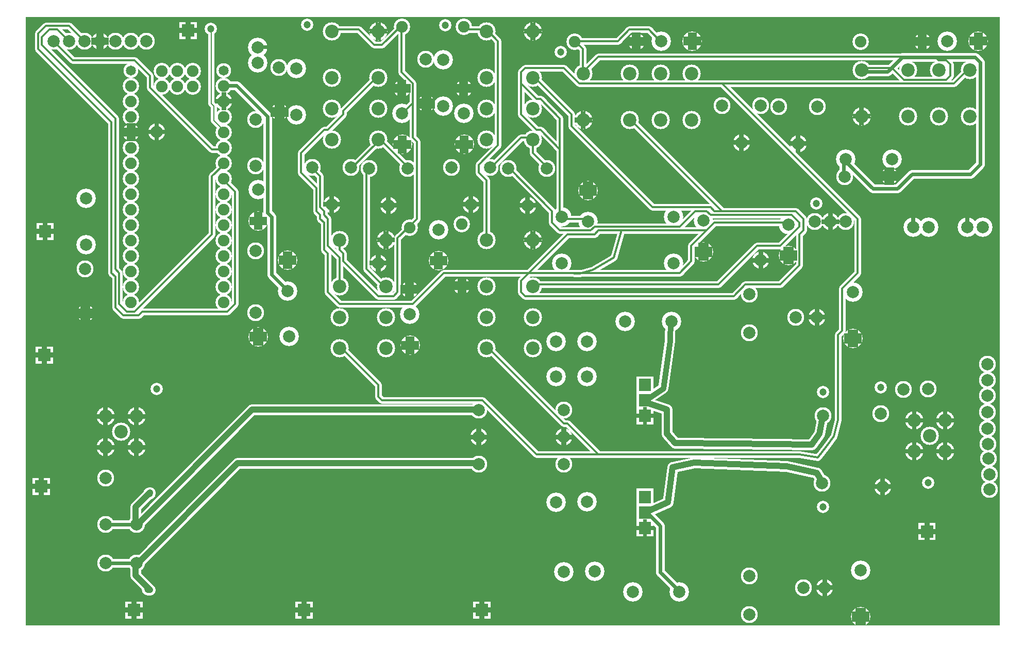
<source format=gbr>
%FSLAX34Y34*%
%MOMM*%
%LNCOPPER_TOP*%
G71*
G01*
%ADD10C,2.800*%
%ADD11C,3.200*%
%ADD12C,3.000*%
%ADD13C,1.400*%
%ADD14C,2.700*%
%ADD15C,2.450*%
%ADD16C,2.800*%
%ADD17C,2.700*%
%ADD18C,1.100*%
%ADD19C,3.200*%
%ADD20C,2.800*%
%ADD21C,1.700*%
%ADD22C,1.800*%
%ADD23C,2.000*%
%ADD24C,1.000*%
%ADD25C,0.667*%
%ADD26C,0.813*%
%ADD27C,0.767*%
%ADD28C,0.733*%
%ADD29C,1.713*%
%ADD30C,1.360*%
%ADD31C,1.587*%
%ADD32C,1.627*%
%ADD33C,0.787*%
%ADD34C,1.447*%
%ADD35C,1.200*%
%ADD36C,2.230*%
%ADD37C,0.827*%
%ADD38C,2.000*%
%ADD39C,2.200*%
%ADD40C,0.600*%
%ADD41C,1.900*%
%ADD42C,1.650*%
%ADD43C,2.000*%
%ADD44C,1.900*%
%ADD45C,0.300*%
%ADD46C,3.000*%
%ADD47C,2.000*%
%ADD48C,0.900*%
%ADD49C,1.200*%
%ADD50C,0.200*%
%LPD*%
G36*
X-444000Y606000D02*
X1156000Y606000D01*
X1156000Y-394000D01*
X-444000Y-394000D01*
X-444000Y606000D01*
G37*
%LPC*%
X903470Y269830D02*
G54D10*
D03*
X878070Y269830D02*
G54D10*
D03*
X852670Y269830D02*
G54D10*
D03*
X808720Y265036D02*
G54D11*
D03*
X808833Y214055D02*
G54D11*
D03*
X620503Y277527D02*
G54D11*
D03*
X620453Y201277D02*
G54D11*
D03*
X669020Y271386D02*
G54D11*
D03*
X669133Y220405D02*
G54D11*
D03*
X436353Y277527D02*
G54D11*
D03*
X436303Y201277D02*
G54D11*
D03*
G36*
X559270Y-9920D02*
X587270Y-9920D01*
X587270Y-37920D01*
X559270Y-37920D01*
X559270Y-9920D01*
G37*
G36*
X559270Y15480D02*
X587270Y15480D01*
X587270Y-12520D01*
X559270Y-12520D01*
X559270Y15480D01*
G37*
G36*
X559270Y-194070D02*
X587270Y-194070D01*
X587270Y-222070D01*
X559270Y-222070D01*
X559270Y-194070D01*
G37*
G36*
X559270Y-168670D02*
X587270Y-168670D01*
X587270Y-196670D01*
X559270Y-196670D01*
X559270Y-168670D01*
G37*
X478053Y15438D02*
G54D11*
D03*
X427072Y15325D02*
G54D11*
D03*
X478053Y-190937D02*
G54D11*
D03*
X427072Y-191050D02*
G54D11*
D03*
X478053Y72588D02*
G54D11*
D03*
X427073Y72475D02*
G54D11*
D03*
X490753Y-305237D02*
G54D11*
D03*
X439773Y-305350D02*
G54D11*
D03*
X616751Y105950D02*
G54D11*
D03*
X540501Y106000D02*
G54D11*
D03*
X629451Y-338550D02*
G54D11*
D03*
X553201Y-338500D02*
G54D11*
D03*
X744720Y150830D02*
G54D10*
D03*
X744720Y87330D02*
G54D10*
D03*
X744720Y-312720D02*
G54D10*
D03*
X744720Y-376220D02*
G54D10*
D03*
X856020Y112730D02*
G54D10*
D03*
X820920Y112730D02*
G54D10*
D03*
X868720Y-331770D02*
G54D10*
D03*
X833620Y-331770D02*
G54D10*
D03*
X1013779Y260552D02*
G54D11*
D03*
X1039279Y260552D02*
G54D11*
D03*
X915113Y77935D02*
G54D11*
D03*
X915163Y154185D02*
G54D11*
D03*
X865520Y-49070D02*
G54D10*
D03*
X864020Y-159670D02*
G54D10*
D03*
X960620Y-46070D02*
G54D10*
D03*
X963620Y-165670D02*
G54D10*
D03*
X300220Y-39670D02*
G54D10*
D03*
X439920Y-39670D02*
G54D10*
D03*
X439920Y-128570D02*
G54D10*
D03*
X439920Y-84120D02*
G54D10*
D03*
X1102679Y260552D02*
G54D11*
D03*
X1128179Y260552D02*
G54D11*
D03*
X878070Y269830D02*
G54D10*
D03*
X808833Y214055D02*
G54D10*
D03*
X763770Y206330D02*
G54D10*
D03*
X669133Y220405D02*
G54D10*
D03*
X963620Y-165670D02*
G54D10*
D03*
X856020Y112730D02*
G54D10*
D03*
X915113Y77935D02*
G54D10*
D03*
X868720Y-331770D02*
G54D10*
D03*
X300220Y-128570D02*
G54D10*
D03*
X439920Y-84120D02*
G54D10*
D03*
X1015570Y-56920D02*
G54D12*
D03*
X1066370Y-56920D02*
G54D12*
D03*
X1040970Y-82320D02*
G54D12*
D03*
X1066370Y-107720D02*
G54D12*
D03*
X1015570Y-107720D02*
G54D12*
D03*
X300220Y-84120D02*
G54D10*
D03*
X808833Y214055D02*
G54D10*
D03*
X669133Y220405D02*
G54D10*
D03*
X915113Y77935D02*
G54D10*
D03*
X927813Y-379265D02*
G54D11*
D03*
X927863Y-303015D02*
G54D11*
D03*
X927813Y-379265D02*
G54D10*
D03*
G36*
X559270Y-219470D02*
X587270Y-219470D01*
X587270Y-247470D01*
X559270Y-247470D01*
X559270Y-219470D01*
G37*
G36*
X559270Y-35320D02*
X587270Y-35320D01*
X587270Y-63320D01*
X559270Y-63320D01*
X559270Y-35320D01*
G37*
G54D13*
X629451Y-338550D02*
X630420Y-338120D01*
X598670Y-306370D01*
X598670Y-230170D01*
X579620Y-211120D01*
X573270Y-211120D01*
X573270Y-208070D01*
X-271065Y493069D02*
G54D14*
D03*
X-271065Y467669D02*
G54D14*
D03*
X-271065Y442269D02*
G54D14*
D03*
X-271065Y416869D02*
G54D14*
D03*
X-271065Y391469D02*
G54D14*
D03*
X-271065Y366069D02*
G54D14*
D03*
X-271065Y340669D02*
G54D14*
D03*
X-271065Y315269D02*
G54D14*
D03*
X-271065Y289869D02*
G54D14*
D03*
X-271065Y264469D02*
G54D14*
D03*
X-271065Y239069D02*
G54D14*
D03*
X-271065Y213669D02*
G54D14*
D03*
X-271065Y188269D02*
G54D14*
D03*
X-271065Y162869D02*
G54D14*
D03*
X-271065Y137469D02*
G54D14*
D03*
X-118665Y493069D02*
G54D14*
D03*
X-118665Y467669D02*
G54D14*
D03*
X-118665Y442269D02*
G54D14*
D03*
X-118665Y416869D02*
G54D14*
D03*
X-118665Y391469D02*
G54D14*
D03*
X-118665Y366069D02*
G54D14*
D03*
X-118665Y340669D02*
G54D14*
D03*
X-118665Y315269D02*
G54D14*
D03*
X-118665Y289869D02*
G54D14*
D03*
X-118665Y264469D02*
G54D14*
D03*
X-118665Y239069D02*
G54D14*
D03*
X-118665Y213669D02*
G54D14*
D03*
X-118665Y188269D02*
G54D14*
D03*
X-118665Y162869D02*
G54D14*
D03*
X-118665Y137469D02*
G54D14*
D03*
X-118506Y518310D02*
G54D15*
D03*
X-270906Y518310D02*
G54D15*
D03*
X-169719Y492053D02*
G54D14*
D03*
X-169719Y517453D02*
G54D14*
D03*
X-195119Y492053D02*
G54D14*
D03*
X-195119Y517453D02*
G54D14*
D03*
X-220519Y492053D02*
G54D14*
D03*
X-220519Y517453D02*
G54D14*
D03*
X-65966Y361499D02*
G54D10*
D03*
X-65966Y437699D02*
G54D10*
D03*
X-63391Y556624D02*
G54D11*
D03*
X-63391Y531124D02*
G54D11*
D03*
X-62209Y322234D02*
G54D11*
D03*
X-62096Y271253D02*
G54D11*
D03*
X-65966Y221799D02*
G54D10*
D03*
X-65966Y120199D02*
G54D10*
D03*
X-13841Y155614D02*
G54D11*
D03*
X-13953Y206594D02*
G54D11*
D03*
X-11091Y80882D02*
G54D11*
D03*
X-62071Y80770D02*
G54D11*
D03*
X-62096Y271253D02*
G54D10*
D03*
X-13953Y206594D02*
G54D10*
D03*
X-62071Y80770D02*
G54D10*
D03*
X-271065Y416869D02*
G54D10*
D03*
X-118665Y467669D02*
G54D10*
D03*
G54D13*
X-13841Y155613D02*
X-15116Y157029D01*
X-40516Y182429D01*
X-40516Y277679D01*
X-46866Y284029D01*
X-46866Y442779D01*
X-97666Y493579D01*
X-116716Y493579D01*
X-118665Y493069D01*
X71620Y239729D02*
G54D12*
D03*
X147820Y239730D02*
G54D12*
D03*
X71620Y163530D02*
G54D12*
D03*
X71620Y112730D02*
G54D12*
D03*
X71620Y61930D02*
G54D12*
D03*
X147820Y163530D02*
G54D12*
D03*
X147820Y112730D02*
G54D12*
D03*
X147820Y61930D02*
G54D12*
D03*
X58920Y582630D02*
G54D12*
D03*
X135120Y582630D02*
G54D12*
D03*
X58920Y506430D02*
G54D12*
D03*
X58920Y455630D02*
G54D12*
D03*
X58920Y404830D02*
G54D12*
D03*
X135120Y506430D02*
G54D12*
D03*
X135120Y455630D02*
G54D12*
D03*
X135120Y404830D02*
G54D12*
D03*
X312920Y239730D02*
G54D12*
D03*
X389120Y239730D02*
G54D12*
D03*
X312920Y163530D02*
G54D12*
D03*
X312920Y112730D02*
G54D12*
D03*
X312920Y61930D02*
G54D12*
D03*
X389120Y163530D02*
G54D12*
D03*
X389120Y112730D02*
G54D12*
D03*
X389120Y61930D02*
G54D12*
D03*
X312920Y582630D02*
G54D12*
D03*
X389120Y582630D02*
G54D12*
D03*
X312920Y506430D02*
G54D12*
D03*
X312920Y455630D02*
G54D12*
D03*
X312920Y404830D02*
G54D12*
D03*
X389120Y506430D02*
G54D12*
D03*
X389120Y455630D02*
G54D12*
D03*
X389120Y404830D02*
G54D12*
D03*
X929255Y443165D02*
G54D12*
D03*
X929254Y519365D02*
G54D12*
D03*
X1005455Y443165D02*
G54D12*
D03*
X1056255Y443165D02*
G54D12*
D03*
X1107055Y443165D02*
G54D12*
D03*
X1005455Y519366D02*
G54D12*
D03*
X1056255Y519365D02*
G54D12*
D03*
X1107055Y519365D02*
G54D12*
D03*
X472055Y436815D02*
G54D12*
D03*
X472055Y513016D02*
G54D12*
D03*
X548255Y436816D02*
G54D12*
D03*
X599055Y436816D02*
G54D12*
D03*
X649855Y436815D02*
G54D12*
D03*
X548255Y513016D02*
G54D12*
D03*
X599055Y513016D02*
G54D12*
D03*
X649855Y513016D02*
G54D12*
D03*
X27057Y358617D02*
G54D10*
D03*
X90557Y358617D02*
G54D10*
D03*
X58807Y298292D02*
G54D10*
D03*
X135120Y201630D02*
G54D10*
D03*
X120280Y356826D02*
G54D10*
D03*
X183781Y356826D02*
G54D10*
D03*
X152030Y296501D02*
G54D10*
D03*
X183781Y356826D02*
G54D10*
D03*
X58807Y298292D02*
G54D10*
D03*
X255657Y358617D02*
G54D10*
D03*
X319157Y358617D02*
G54D10*
D03*
X287407Y298292D02*
G54D10*
D03*
X348880Y356826D02*
G54D10*
D03*
X412381Y356826D02*
G54D10*
D03*
X380630Y296501D02*
G54D10*
D03*
X380630Y296501D02*
G54D10*
D03*
X287407Y298292D02*
G54D10*
D03*
X700158Y460217D02*
G54D10*
D03*
X763658Y460217D02*
G54D10*
D03*
X731908Y399892D02*
G54D10*
D03*
X793380Y458426D02*
G54D10*
D03*
X856880Y458426D02*
G54D10*
D03*
X825130Y398101D02*
G54D10*
D03*
X856881Y458426D02*
G54D10*
D03*
X731908Y399892D02*
G54D10*
D03*
X-271065Y416869D02*
G54D16*
D03*
X173740Y488548D02*
G54D17*
D03*
X173740Y590148D02*
G54D17*
D03*
X174565Y396638D02*
G54D11*
D03*
X174453Y447619D02*
G54D11*
D03*
X173740Y488548D02*
G54D10*
D03*
X173740Y488548D02*
G54D16*
D03*
X174565Y396638D02*
G54D16*
D03*
X275340Y488548D02*
G54D17*
D03*
X275340Y590148D02*
G54D17*
D03*
X276165Y396638D02*
G54D11*
D03*
X276053Y447619D02*
G54D11*
D03*
X275340Y488548D02*
G54D10*
D03*
X275340Y488548D02*
G54D16*
D03*
X276165Y396638D02*
G54D16*
D03*
X186440Y158348D02*
G54D17*
D03*
X186440Y259948D02*
G54D17*
D03*
X187265Y66438D02*
G54D11*
D03*
X187153Y117418D02*
G54D11*
D03*
X186440Y158348D02*
G54D10*
D03*
X186440Y158348D02*
G54D16*
D03*
X187265Y66438D02*
G54D16*
D03*
X272442Y164285D02*
G54D17*
D03*
X272442Y265885D02*
G54D17*
D03*
X233897Y205725D02*
G54D11*
D03*
X233785Y256706D02*
G54D11*
D03*
X233897Y205725D02*
G54D16*
D03*
X272442Y164285D02*
G54D16*
D03*
X559249Y565846D02*
G54D17*
D03*
X457649Y565846D02*
G54D17*
D03*
X651159Y566671D02*
G54D11*
D03*
X600179Y566559D02*
G54D11*
D03*
X559249Y565846D02*
G54D10*
D03*
X559249Y565846D02*
G54D16*
D03*
X651159Y566671D02*
G54D16*
D03*
X1029149Y565846D02*
G54D17*
D03*
X927549Y565846D02*
G54D17*
D03*
X1121059Y566671D02*
G54D11*
D03*
X1070079Y566559D02*
G54D11*
D03*
X1029149Y565846D02*
G54D10*
D03*
X1029149Y565846D02*
G54D16*
D03*
X1121059Y566671D02*
G54D16*
D03*
X135120Y582630D02*
G54D10*
D03*
X147820Y239730D02*
G54D10*
D03*
X389120Y582630D02*
G54D10*
D03*
X389120Y239730D02*
G54D10*
D03*
X472055Y436815D02*
G54D10*
D03*
X929255Y443165D02*
G54D10*
D03*
X152030Y296501D02*
G54D10*
D03*
X825130Y398101D02*
G54D10*
D03*
G54D18*
X27057Y358617D02*
X27170Y357080D01*
X39870Y344380D01*
X39870Y293580D01*
X46220Y287230D01*
X46220Y280880D01*
X52570Y274530D01*
X52570Y230080D01*
X71620Y211030D01*
X71620Y166580D01*
X71620Y163530D01*
G54D18*
X120280Y356826D02*
X122420Y357080D01*
X116070Y350730D01*
X116070Y191980D01*
X141470Y166580D01*
X147820Y166580D01*
X147820Y163530D01*
G54D18*
X186440Y259948D02*
X185920Y261830D01*
X166870Y242780D01*
X166870Y153880D01*
X160520Y147530D01*
X135120Y147530D01*
X77970Y204680D01*
X77970Y217380D01*
X71620Y223730D01*
X71620Y242780D01*
X71620Y239729D01*
G54D18*
X90557Y358617D02*
X90670Y357080D01*
X135120Y401530D01*
X135120Y407880D01*
X135120Y404830D01*
G54D18*
X183781Y356826D02*
X185920Y357080D01*
X135120Y407880D01*
X135120Y404830D01*
G54D18*
X186440Y259948D02*
X185920Y261830D01*
X198620Y274530D01*
X198620Y401530D01*
X192270Y407880D01*
X192270Y496780D01*
X173220Y515830D01*
X173220Y592030D01*
X173740Y590148D01*
G54D18*
X174453Y447619D02*
X173220Y445980D01*
X192270Y465030D01*
X192270Y496780D01*
X173220Y515830D01*
X173220Y592030D01*
X173740Y590148D01*
G54D18*
X135120Y506430D02*
X135120Y509480D01*
X77970Y452330D01*
X77970Y445980D01*
X52570Y420580D01*
X46220Y420580D01*
X8120Y382480D01*
X8120Y350730D01*
X33520Y325330D01*
X33520Y287230D01*
X39870Y280880D01*
X39870Y274530D01*
X46220Y268180D01*
X46220Y223730D01*
X52570Y217380D01*
X52570Y153880D01*
X71620Y134830D01*
X192270Y134830D01*
X243070Y185630D01*
X630420Y185630D01*
X649470Y204680D01*
X649470Y230080D01*
X687570Y268180D01*
X808220Y268180D01*
X808720Y265036D01*
G54D18*
X319157Y358617D02*
X319270Y357080D01*
X370070Y407880D01*
X389120Y407880D01*
X389120Y404830D01*
G54D18*
X412381Y356826D02*
X414520Y357080D01*
X389120Y382480D01*
X389120Y407880D01*
X389120Y404830D01*
G54D18*
X348880Y356826D02*
X351020Y357080D01*
X420870Y287230D01*
X420870Y268180D01*
X433570Y255480D01*
X484370Y255480D01*
X490720Y261830D01*
X630420Y261830D01*
X655820Y287230D01*
X674870Y287230D01*
X681220Y280880D01*
X814570Y280880D01*
X827270Y268180D01*
X827270Y261830D01*
X795520Y230080D01*
X757420Y230080D01*
X693920Y166580D01*
X389120Y166580D01*
X389120Y163530D01*
G54D18*
X312920Y582630D02*
X312920Y585680D01*
X331970Y566630D01*
X331970Y395180D01*
X300220Y363430D01*
X300220Y350730D01*
X312920Y338030D01*
X312920Y242780D01*
X312920Y239730D01*
G54D18*
X389120Y506430D02*
X389120Y509480D01*
X452620Y445980D01*
X452620Y426930D01*
X585970Y293580D01*
X681220Y293580D01*
X687570Y287230D01*
X820920Y287230D01*
X833620Y274530D01*
X833620Y255480D01*
X827270Y249130D01*
X827270Y198330D01*
X795520Y166580D01*
X738370Y166580D01*
X719320Y147530D01*
X376420Y147530D01*
X370070Y153880D01*
X370070Y172930D01*
X446270Y249130D01*
X490720Y249130D01*
X497070Y255480D01*
X674870Y255480D01*
X687570Y268180D01*
X808220Y268180D01*
X808720Y265036D01*
G54D18*
X548255Y436816D02*
X547870Y439630D01*
X700270Y287230D01*
X820920Y287230D01*
X833620Y274530D01*
X833620Y255480D01*
X827270Y249130D01*
X827270Y198330D01*
X795520Y166580D01*
X738370Y166580D01*
X719320Y147530D01*
X376420Y147530D01*
X370070Y153880D01*
X370070Y172930D01*
X382770Y185630D01*
X446270Y185630D01*
X466320Y184680D01*
X487370Y190680D01*
X521942Y210605D01*
X535170Y255480D01*
X674870Y255480D01*
X687570Y268180D01*
X808220Y268180D01*
X808720Y265036D01*
G54D18*
X457649Y565846D02*
X458970Y566630D01*
X471670Y553930D01*
X471670Y515830D01*
X472055Y513016D01*
G54D18*
X600179Y566559D02*
X598670Y566630D01*
X579620Y585680D01*
X547870Y585680D01*
X528820Y566630D01*
X458970Y566630D01*
X457649Y565846D01*
G54D18*
X173740Y590148D02*
X173220Y592030D01*
X141470Y560280D01*
X128770Y560280D01*
X103370Y585680D01*
X58920Y585680D01*
X58920Y582630D01*
G54D18*
X275340Y590148D02*
X274820Y592030D01*
X281170Y585680D01*
X312920Y585680D01*
X312920Y582630D01*
G54D18*
X71620Y61930D02*
X71620Y64980D01*
X135120Y1480D01*
X135120Y-17570D01*
X141470Y-23920D01*
X306570Y-23920D01*
X395470Y-112820D01*
X827270Y-112820D01*
X856942Y-117395D01*
X872020Y-99070D01*
X883370Y-83070D01*
X890770Y-55670D01*
X890770Y84030D01*
X897120Y90380D01*
X897120Y160230D01*
X922520Y185630D01*
X922520Y274530D01*
X700270Y496780D01*
X465320Y496780D01*
X439920Y522180D01*
X376420Y522180D01*
X370070Y515830D01*
X370070Y445980D01*
X395470Y420580D01*
X401820Y420580D01*
X433570Y388830D01*
X433570Y274530D01*
X436353Y277527D01*
G54D18*
X312920Y61930D02*
X312920Y64980D01*
X439920Y-62020D01*
X446270Y-62020D01*
X497070Y-112820D01*
X827270Y-112820D01*
X856942Y-117395D01*
X872020Y-99070D01*
X883370Y-83070D01*
X890770Y-55670D01*
X890770Y84030D01*
X897120Y90380D01*
X897120Y160230D01*
X922520Y185630D01*
X922520Y274530D01*
X700270Y496780D01*
X465320Y496780D01*
X439920Y522180D01*
X376420Y522180D01*
X370070Y515830D01*
X370070Y445980D01*
X395470Y420580D01*
X401820Y420580D01*
X433570Y388830D01*
X433570Y274530D01*
X436353Y277527D01*
G54D18*
X478520Y271386D02*
X478020Y274530D01*
X433570Y274530D01*
X436353Y277527D01*
G54D18*
X472055Y513016D02*
X471670Y515830D01*
X497070Y541230D01*
X1049520Y541230D01*
X1055870Y534880D01*
X1068570Y534880D01*
X1074920Y528530D01*
X1074920Y509480D01*
X1068570Y503130D01*
X998720Y503130D01*
X979670Y522180D01*
X928870Y522180D01*
X929254Y519365D01*
G54D18*
X1107055Y519365D02*
X1106670Y522180D01*
X1081270Y496780D01*
X465320Y496780D01*
X439920Y522180D01*
X376420Y522180D01*
X370070Y515830D01*
X370070Y496780D01*
X395470Y471380D01*
X401820Y471380D01*
X433570Y439630D01*
X433570Y274530D01*
X436353Y277527D01*
X-398280Y566630D02*
G54D10*
D03*
X-372880Y566630D02*
G54D10*
D03*
X-372880Y566630D02*
G54D10*
D03*
X-347480Y566630D02*
G54D10*
D03*
X-296680Y566630D02*
G54D10*
D03*
X-296680Y566630D02*
G54D10*
D03*
X-271280Y566630D02*
G54D10*
D03*
X-271280Y566630D02*
G54D10*
D03*
X-245880Y566630D02*
G54D10*
D03*
G54D18*
X-398280Y566630D02*
X-366530Y534880D01*
X-264930Y534880D01*
X-239530Y509480D01*
X-239530Y490430D01*
X-137930Y388830D01*
X-118880Y388830D01*
X-118665Y391469D01*
G54D18*
X-372880Y566630D02*
X-391930Y585680D01*
X-404630Y585680D01*
X-417330Y572980D01*
X-417330Y560280D01*
X-296680Y439630D01*
X-296680Y191980D01*
X-290330Y185630D01*
X-290330Y134830D01*
X-277630Y122130D01*
X-264930Y122130D01*
X-137930Y249130D01*
X-137930Y344380D01*
X-118880Y363430D01*
X-118665Y366069D01*
G54D18*
X-347480Y566630D02*
X-372880Y592030D01*
X-410980Y592030D01*
X-423680Y579330D01*
X-423680Y553930D01*
X-303030Y433280D01*
X-303030Y185630D01*
X-296680Y179280D01*
X-296680Y128480D01*
X-283980Y115780D01*
X-258580Y115780D01*
X-252230Y122130D01*
X-112530Y122130D01*
X-99830Y134830D01*
X-99830Y318980D01*
X-118880Y338030D01*
X-118665Y340669D01*
X-322080Y566630D02*
G54D10*
D03*
X-418600Y-365550D02*
G54D19*
D03*
X-418600Y459950D02*
G54D19*
D03*
X1118100Y-365550D02*
G54D19*
D03*
X1092700Y371050D02*
G54D19*
D03*
G36*
X-426250Y267700D02*
X-398250Y267700D01*
X-398250Y239700D01*
X-426250Y239700D01*
X-426250Y267700D01*
G37*
G36*
X-427520Y64500D02*
X-399520Y64500D01*
X-399520Y36500D01*
X-427520Y36500D01*
X-427520Y64500D01*
G37*
G36*
X-432600Y-151400D02*
X-404600Y-151400D01*
X-404600Y-179400D01*
X-432600Y-179400D01*
X-432600Y-151400D01*
G37*
G36*
X-280200Y-354600D02*
X-252200Y-354600D01*
X-252200Y-382600D01*
X-280200Y-382600D01*
X-280200Y-354600D01*
G37*
G36*
X-800Y-354600D02*
X27200Y-354600D01*
X27200Y-382600D01*
X-800Y-382600D01*
X-800Y-354600D01*
G37*
G36*
X291300Y-354600D02*
X319300Y-354600D01*
X319300Y-382600D01*
X291300Y-382600D01*
X291300Y-354600D01*
G37*
G36*
X1022800Y-225600D02*
X1050800Y-225600D01*
X1050800Y-253600D01*
X1022800Y-253600D01*
X1022800Y-225600D01*
G37*
G36*
X-191300Y597900D02*
X-163300Y597900D01*
X-163300Y569900D01*
X-191300Y569900D01*
X-191300Y597900D01*
G37*
X-312930Y-50220D02*
G54D12*
D03*
X-262130Y-50220D02*
G54D12*
D03*
X-287530Y-75620D02*
G54D12*
D03*
X-262130Y-101020D02*
G54D12*
D03*
X-312930Y-101020D02*
G54D12*
D03*
X-312930Y-228020D02*
G54D20*
D03*
X-262130Y-228020D02*
G54D10*
D03*
X-262130Y-291520D02*
G54D10*
D03*
X-312930Y-291520D02*
G54D10*
D03*
X-262130Y-228020D02*
G54D20*
D03*
X-312930Y-291520D02*
G54D20*
D03*
X-262130Y-291520D02*
G54D20*
D03*
X-312930Y-151820D02*
G54D10*
D03*
G54D13*
X-262130Y-228020D02*
X-312930Y-228020D01*
G54D13*
X-262130Y-291520D02*
X-312930Y-291520D01*
G54D21*
X616751Y105950D02*
X614862Y106731D01*
X614462Y73331D01*
X603462Y-4569D01*
X570412Y-26619D01*
X573270Y-23920D01*
X-344497Y308527D02*
G54D11*
D03*
X-344547Y232277D02*
G54D11*
D03*
X-347000Y192000D02*
G54D10*
D03*
X-346000Y119000D02*
G54D10*
D03*
X-346000Y119000D02*
G54D10*
D03*
X503Y521527D02*
G54D11*
D03*
X453Y445277D02*
G54D11*
D03*
X-28000Y523000D02*
G54D10*
D03*
X-27000Y450000D02*
G54D10*
D03*
X903159Y372282D02*
G54D11*
D03*
X979409Y372232D02*
G54D11*
D03*
X901686Y343779D02*
G54D10*
D03*
X974686Y344779D02*
G54D10*
D03*
X241503Y535527D02*
G54D11*
D03*
X241453Y459277D02*
G54D11*
D03*
X213000Y537000D02*
G54D10*
D03*
X214000Y464000D02*
G54D10*
D03*
G54D13*
X903159Y372282D02*
X900000Y372000D01*
X948000Y324000D01*
X988000Y324000D01*
X1012000Y348000D01*
X1108000Y348000D01*
X1124000Y364000D01*
X1124000Y532000D01*
X1116000Y540000D01*
X996000Y540000D01*
X972000Y516000D01*
X932000Y516000D01*
X929254Y519365D01*
G54D13*
X901686Y343779D02*
X900000Y340000D01*
X900000Y372000D01*
X903159Y372282D01*
G54D22*
X865520Y-49070D02*
X864942Y-51895D01*
X859942Y-78395D01*
X846942Y-96895D01*
X716942Y-94895D01*
X622942Y-93895D01*
X608942Y-78395D01*
X608942Y-39395D01*
X576942Y-27895D01*
X573270Y-23920D01*
G54D22*
X864020Y-162670D02*
X864942Y-158895D01*
X855942Y-143395D01*
X805942Y-131895D01*
X653942Y-125895D01*
X618942Y-133895D01*
X610942Y-191395D01*
X573270Y-208070D01*
X-140058Y586605D02*
G54D23*
D03*
G54D24*
X-140058Y586605D02*
X-139058Y587605D01*
X-139058Y463605D01*
X-135058Y459605D01*
X-135058Y435605D01*
X-119058Y419605D01*
X-119058Y415605D01*
X-118665Y416869D01*
X17942Y593605D02*
G54D23*
D03*
X244942Y592605D02*
G54D23*
D03*
X434942Y548605D02*
G54D23*
D03*
X479787Y270217D02*
G54D11*
D03*
X479674Y321197D02*
G54D11*
D03*
X479674Y321197D02*
G54D10*
D03*
X-229058Y417605D02*
G54D10*
D03*
G54D22*
X-262130Y-228020D02*
X-264058Y-231395D01*
X-72058Y-39395D01*
X303942Y-39395D01*
X300220Y-39670D01*
G54D22*
X-262130Y-291520D02*
X-264058Y-295395D01*
X-96058Y-127395D01*
X303942Y-127395D01*
X300220Y-128570D01*
X960942Y-2395D02*
G54D23*
D03*
X1038942Y-159395D02*
G54D23*
D03*
X865942Y-10395D02*
G54D23*
D03*
X865942Y-199395D02*
G54D23*
D03*
X854942Y299605D02*
G54D23*
D03*
X-229058Y-5395D02*
G54D23*
D03*
X-243058Y-334395D02*
G54D23*
D03*
X-241058Y-177395D02*
G54D23*
D03*
G54D22*
X-241058Y-177395D02*
X-240058Y-175395D01*
X-264058Y-199395D01*
X-264058Y-231395D01*
X-262130Y-228020D01*
G54D22*
X-243058Y-334395D02*
X-240058Y-335395D01*
X-264058Y-311395D01*
X-264058Y-295395D01*
X-262130Y-291520D01*
X1135942Y35605D02*
G54D10*
D03*
X1135942Y9605D02*
G54D10*
D03*
X1135942Y-16395D02*
G54D10*
D03*
X1135942Y-43395D02*
G54D10*
D03*
X1135942Y-70395D02*
G54D10*
D03*
X1136942Y-95395D02*
G54D10*
D03*
X1137942Y-119395D02*
G54D10*
D03*
X1138942Y-145395D02*
G54D10*
D03*
X1139442Y-170395D02*
G54D10*
D03*
X1038942Y-5395D02*
G54D10*
D03*
X997942Y-6395D02*
G54D10*
D03*
%LPD*%
G54D25*
G36*
X1010446Y260552D02*
X1010446Y277052D01*
X1017112Y277052D01*
X1017112Y260552D01*
X1010446Y260552D01*
G37*
G54D26*
G54D25*
G36*
X1099346Y260552D02*
X1099346Y277052D01*
X1106012Y277052D01*
X1106012Y260552D01*
X1099346Y260552D01*
G37*
G54D26*
G54D27*
G36*
X874237Y269830D02*
X874237Y284330D01*
X881903Y284330D01*
X881903Y269830D01*
X874237Y269830D01*
G37*
G36*
X878070Y273663D02*
X892570Y273663D01*
X892570Y265997D01*
X878070Y265997D01*
X878070Y273663D01*
G37*
G36*
X881903Y269830D02*
X881903Y255330D01*
X874237Y255330D01*
X874237Y269830D01*
X881903Y269830D01*
G37*
G36*
X878070Y265997D02*
X863570Y265997D01*
X863570Y273663D01*
X878070Y273663D01*
X878070Y265997D01*
G37*
G54D27*
G36*
X805000Y214055D02*
X805000Y228555D01*
X812666Y228555D01*
X812666Y214055D01*
X805000Y214055D01*
G37*
G36*
X808833Y217888D02*
X823333Y217888D01*
X823333Y210222D01*
X808833Y210222D01*
X808833Y217888D01*
G37*
G36*
X812666Y214055D02*
X812666Y199555D01*
X805000Y199555D01*
X805000Y214055D01*
X812666Y214055D01*
G37*
G36*
X808833Y210222D02*
X794333Y210222D01*
X794333Y217888D01*
X808833Y217888D01*
X808833Y210222D01*
G37*
G54D27*
G36*
X759937Y206330D02*
X759937Y220830D01*
X767603Y220830D01*
X767603Y206330D01*
X759937Y206330D01*
G37*
G36*
X763770Y210163D02*
X778270Y210163D01*
X778270Y202497D01*
X763770Y202497D01*
X763770Y210163D01*
G37*
G36*
X767603Y206330D02*
X767603Y191830D01*
X759937Y191830D01*
X759937Y206330D01*
X767603Y206330D01*
G37*
G36*
X763770Y202497D02*
X749270Y202497D01*
X749270Y210163D01*
X763770Y210163D01*
X763770Y202497D01*
G37*
G54D27*
G36*
X665300Y220405D02*
X665300Y234905D01*
X672966Y234905D01*
X672966Y220405D01*
X665300Y220405D01*
G37*
G36*
X669133Y224238D02*
X683633Y224238D01*
X683633Y216572D01*
X669133Y216572D01*
X669133Y224238D01*
G37*
G36*
X672966Y220405D02*
X672966Y205905D01*
X665300Y205905D01*
X665300Y220405D01*
X672966Y220405D01*
G37*
G36*
X669133Y216572D02*
X654633Y216572D01*
X654633Y224238D01*
X669133Y224238D01*
X669133Y216572D01*
G37*
G54D27*
G36*
X959787Y-165670D02*
X959787Y-151170D01*
X967453Y-151170D01*
X967453Y-165670D01*
X959787Y-165670D01*
G37*
G36*
X963620Y-161837D02*
X978120Y-161837D01*
X978120Y-169503D01*
X963620Y-169503D01*
X963620Y-161837D01*
G37*
G36*
X967453Y-165670D02*
X967453Y-180170D01*
X959787Y-180170D01*
X959787Y-165670D01*
X967453Y-165670D01*
G37*
G36*
X963620Y-169503D02*
X949120Y-169503D01*
X949120Y-161837D01*
X963620Y-161837D01*
X963620Y-169503D01*
G37*
G54D27*
G36*
X852187Y112730D02*
X852187Y127230D01*
X859853Y127230D01*
X859853Y112730D01*
X852187Y112730D01*
G37*
G36*
X856020Y116563D02*
X870520Y116563D01*
X870520Y108897D01*
X856020Y108897D01*
X856020Y116563D01*
G37*
G36*
X859853Y112730D02*
X859853Y98230D01*
X852187Y98230D01*
X852187Y112730D01*
X859853Y112730D01*
G37*
G36*
X856020Y108897D02*
X841520Y108897D01*
X841520Y116563D01*
X856020Y116563D01*
X856020Y108897D01*
G37*
G54D27*
G36*
X911280Y77935D02*
X911280Y92435D01*
X918946Y92435D01*
X918946Y77935D01*
X911280Y77935D01*
G37*
G36*
X915113Y81768D02*
X929613Y81768D01*
X929613Y74102D01*
X915113Y74102D01*
X915113Y81768D01*
G37*
G36*
X918946Y77935D02*
X918946Y63435D01*
X911280Y63435D01*
X911280Y77935D01*
X918946Y77935D01*
G37*
G36*
X915113Y74102D02*
X900613Y74102D01*
X900613Y81768D01*
X915113Y81768D01*
X915113Y74102D01*
G37*
G54D27*
G36*
X864887Y-331770D02*
X864887Y-317270D01*
X872553Y-317270D01*
X872553Y-331770D01*
X864887Y-331770D01*
G37*
G36*
X868720Y-327937D02*
X883220Y-327937D01*
X883220Y-335603D01*
X868720Y-335603D01*
X868720Y-327937D01*
G37*
G36*
X872553Y-331770D02*
X872553Y-346270D01*
X864887Y-346270D01*
X864887Y-331770D01*
X872553Y-331770D01*
G37*
G36*
X868720Y-335603D02*
X854220Y-335603D01*
X854220Y-327937D01*
X868720Y-327937D01*
X868720Y-335603D01*
G37*
G54D27*
G36*
X436087Y-84120D02*
X436087Y-69620D01*
X443753Y-69620D01*
X443753Y-84120D01*
X436087Y-84120D01*
G37*
G36*
X439920Y-80287D02*
X454420Y-80287D01*
X454420Y-87953D01*
X439920Y-87953D01*
X439920Y-80287D01*
G37*
G36*
X443753Y-84120D02*
X443753Y-98620D01*
X436087Y-98620D01*
X436087Y-84120D01*
X443753Y-84120D01*
G37*
G36*
X439920Y-87953D02*
X425420Y-87953D01*
X425420Y-80287D01*
X439920Y-80287D01*
X439920Y-87953D01*
G37*
G54D28*
G36*
X1011903Y-56920D02*
X1011903Y-41420D01*
X1019237Y-41420D01*
X1019237Y-56920D01*
X1011903Y-56920D01*
G37*
G36*
X1015570Y-53253D02*
X1031070Y-53253D01*
X1031070Y-60587D01*
X1015570Y-60587D01*
X1015570Y-53253D01*
G37*
G36*
X1019237Y-56920D02*
X1019237Y-72420D01*
X1011903Y-72420D01*
X1011903Y-56920D01*
X1019237Y-56920D01*
G37*
G36*
X1015570Y-60587D02*
X1000070Y-60587D01*
X1000070Y-53253D01*
X1015570Y-53253D01*
X1015570Y-60587D01*
G37*
G54D28*
G36*
X1062703Y-56920D02*
X1062703Y-41420D01*
X1070037Y-41420D01*
X1070037Y-56920D01*
X1062703Y-56920D01*
G37*
G36*
X1066370Y-53253D02*
X1081870Y-53253D01*
X1081870Y-60587D01*
X1066370Y-60587D01*
X1066370Y-53253D01*
G37*
G36*
X1070037Y-56920D02*
X1070037Y-72420D01*
X1062703Y-72420D01*
X1062703Y-56920D01*
X1070037Y-56920D01*
G37*
G36*
X1066370Y-60587D02*
X1050870Y-60587D01*
X1050870Y-53253D01*
X1066370Y-53253D01*
X1066370Y-60587D01*
G37*
G54D28*
G36*
X1062703Y-107720D02*
X1062703Y-92220D01*
X1070037Y-92220D01*
X1070037Y-107720D01*
X1062703Y-107720D01*
G37*
G36*
X1066370Y-104053D02*
X1081870Y-104053D01*
X1081870Y-111387D01*
X1066370Y-111387D01*
X1066370Y-104053D01*
G37*
G36*
X1070037Y-107720D02*
X1070037Y-123220D01*
X1062703Y-123220D01*
X1062703Y-107720D01*
X1070037Y-107720D01*
G37*
G36*
X1066370Y-111387D02*
X1050870Y-111387D01*
X1050870Y-104053D01*
X1066370Y-104053D01*
X1066370Y-111387D01*
G37*
G54D28*
G36*
X1011903Y-107720D02*
X1011903Y-92220D01*
X1019237Y-92220D01*
X1019237Y-107720D01*
X1011903Y-107720D01*
G37*
G36*
X1015570Y-104053D02*
X1031070Y-104053D01*
X1031070Y-111387D01*
X1015570Y-111387D01*
X1015570Y-104053D01*
G37*
G36*
X1019237Y-107720D02*
X1019237Y-123220D01*
X1011903Y-123220D01*
X1011903Y-107720D01*
X1019237Y-107720D01*
G37*
G36*
X1015570Y-111387D02*
X1000070Y-111387D01*
X1000070Y-104053D01*
X1015570Y-104053D01*
X1015570Y-111387D01*
G37*
G54D27*
G36*
X296387Y-84120D02*
X296387Y-69620D01*
X304053Y-69620D01*
X304053Y-84120D01*
X296387Y-84120D01*
G37*
G36*
X300220Y-80287D02*
X314720Y-80287D01*
X314720Y-87953D01*
X300220Y-87953D01*
X300220Y-80287D01*
G37*
G36*
X304053Y-84120D02*
X304053Y-98620D01*
X296387Y-98620D01*
X296387Y-84120D01*
X304053Y-84120D01*
G37*
G36*
X300220Y-87953D02*
X285720Y-87953D01*
X285720Y-80287D01*
X300220Y-80287D01*
X300220Y-87953D01*
G37*
G54D29*
G36*
X800266Y214055D02*
X800266Y228555D01*
X817400Y228555D01*
X817400Y214055D01*
X800266Y214055D01*
G37*
G36*
X808833Y222622D02*
X823333Y222622D01*
X823333Y205488D01*
X808833Y205488D01*
X808833Y222622D01*
G37*
G36*
X817400Y214055D02*
X817400Y199555D01*
X800266Y199555D01*
X800266Y214055D01*
X817400Y214055D01*
G37*
G36*
X808833Y205488D02*
X794333Y205488D01*
X794333Y222622D01*
X808833Y222622D01*
X808833Y205488D01*
G37*
G54D29*
G36*
X660566Y220405D02*
X660566Y234905D01*
X677700Y234905D01*
X677700Y220405D01*
X660566Y220405D01*
G37*
G36*
X669133Y228972D02*
X683633Y228972D01*
X683633Y211838D01*
X669133Y211838D01*
X669133Y228972D01*
G37*
G36*
X677700Y220405D02*
X677700Y205905D01*
X660566Y205905D01*
X660566Y220405D01*
X677700Y220405D01*
G37*
G36*
X669133Y211838D02*
X654633Y211838D01*
X654633Y228972D01*
X669133Y228972D01*
X669133Y211838D01*
G37*
G54D29*
G36*
X906546Y77935D02*
X906546Y92435D01*
X923680Y92435D01*
X923680Y77935D01*
X906546Y77935D01*
G37*
G36*
X915113Y86502D02*
X929613Y86502D01*
X929613Y69368D01*
X915113Y69368D01*
X915113Y86502D01*
G37*
G36*
X923680Y77935D02*
X923680Y63435D01*
X906546Y63435D01*
X906546Y77935D01*
X923680Y77935D01*
G37*
G36*
X915113Y69368D02*
X900613Y69368D01*
X900613Y86502D01*
X915113Y86502D01*
X915113Y69368D01*
G37*
G54D29*
G36*
X919246Y-379265D02*
X919246Y-364765D01*
X936380Y-364765D01*
X936380Y-379265D01*
X919246Y-379265D01*
G37*
G36*
X927813Y-370698D02*
X942313Y-370698D01*
X942313Y-387832D01*
X927813Y-387832D01*
X927813Y-370698D01*
G37*
G36*
X936380Y-379265D02*
X936380Y-393765D01*
X919246Y-393765D01*
X919246Y-379265D01*
X936380Y-379265D01*
G37*
G36*
X927813Y-387832D02*
X913313Y-387832D01*
X913313Y-370698D01*
X927813Y-370698D01*
X927813Y-387832D01*
G37*
G54D25*
G36*
X569937Y-233470D02*
X569937Y-218970D01*
X576603Y-218970D01*
X576603Y-233470D01*
X569937Y-233470D01*
G37*
G36*
X573270Y-230137D02*
X587770Y-230137D01*
X587770Y-236803D01*
X573270Y-236803D01*
X573270Y-230137D01*
G37*
G36*
X576603Y-233470D02*
X576603Y-247970D01*
X569937Y-247970D01*
X569937Y-233470D01*
X576603Y-233470D01*
G37*
G36*
X573270Y-236803D02*
X558770Y-236803D01*
X558770Y-230137D01*
X573270Y-230137D01*
X573270Y-236803D01*
G37*
G54D25*
G36*
X569937Y-49320D02*
X569937Y-34820D01*
X576603Y-34820D01*
X576603Y-49320D01*
X569937Y-49320D01*
G37*
G36*
X573270Y-45987D02*
X587770Y-45987D01*
X587770Y-52653D01*
X573270Y-52653D01*
X573270Y-45987D01*
G37*
G36*
X576603Y-49320D02*
X576603Y-63820D01*
X569937Y-63820D01*
X569937Y-49320D01*
X576603Y-49320D01*
G37*
G36*
X573270Y-52653D02*
X558770Y-52653D01*
X558770Y-45987D01*
X573270Y-45987D01*
X573270Y-52653D01*
G37*
G54D25*
G36*
X-63391Y559957D02*
X-46891Y559957D01*
X-46891Y553291D01*
X-63391Y553291D01*
X-63391Y559957D01*
G37*
G54D26*
G54D30*
G36*
X-62096Y278053D02*
X-47596Y278053D01*
X-47596Y264453D01*
X-62096Y264453D01*
X-62096Y278053D01*
G37*
G36*
X-55296Y271253D02*
X-55296Y256753D01*
X-68896Y256753D01*
X-68896Y271253D01*
X-55296Y271253D01*
G37*
G36*
X-62096Y264453D02*
X-76596Y264453D01*
X-76596Y278053D01*
X-62096Y278053D01*
X-62096Y264453D01*
G37*
G36*
X-68896Y271253D02*
X-68896Y285753D01*
X-55296Y285753D01*
X-55296Y271253D01*
X-68896Y271253D01*
G37*
G54D31*
G36*
X-13953Y214527D02*
X547Y214527D01*
X547Y198661D01*
X-13953Y198661D01*
X-13953Y214527D01*
G37*
G36*
X-6020Y206594D02*
X-6020Y192094D01*
X-21887Y192094D01*
X-21887Y206594D01*
X-6020Y206594D01*
G37*
G36*
X-13953Y198661D02*
X-28453Y198661D01*
X-28453Y214527D01*
X-13953Y214527D01*
X-13953Y198661D01*
G37*
G36*
X-21887Y206594D02*
X-21887Y221094D01*
X-6020Y221094D01*
X-6020Y206594D01*
X-21887Y206594D01*
G37*
G54D32*
G36*
X-62071Y88903D02*
X-47571Y88903D01*
X-47571Y72637D01*
X-62071Y72637D01*
X-62071Y88903D01*
G37*
G36*
X-53938Y80770D02*
X-53938Y66270D01*
X-70205Y66270D01*
X-70205Y80770D01*
X-53938Y80770D01*
G37*
G36*
X-62071Y72637D02*
X-76571Y72637D01*
X-76571Y88903D01*
X-62071Y88903D01*
X-62071Y72637D01*
G37*
G36*
X-70205Y80770D02*
X-70205Y95270D01*
X-53938Y95270D01*
X-53938Y80770D01*
X-70205Y80770D01*
G37*
G54D33*
G36*
X-271065Y420802D02*
X-256565Y420802D01*
X-256565Y412936D01*
X-271065Y412936D01*
X-271065Y420802D01*
G37*
G36*
X-267132Y416869D02*
X-267132Y402369D01*
X-274998Y402369D01*
X-274998Y416869D01*
X-267132Y416869D01*
G37*
G36*
X-271065Y412936D02*
X-285565Y412936D01*
X-285565Y420802D01*
X-271065Y420802D01*
X-271065Y412936D01*
G37*
G36*
X-274998Y416869D02*
X-274998Y431369D01*
X-267132Y431369D01*
X-267132Y416869D01*
X-274998Y416869D01*
G37*
G54D33*
G36*
X-118665Y471602D02*
X-104165Y471602D01*
X-104165Y463736D01*
X-118665Y463736D01*
X-118665Y471602D01*
G37*
G36*
X-114732Y467669D02*
X-114732Y453169D01*
X-122598Y453169D01*
X-122598Y467669D01*
X-114732Y467669D01*
G37*
G36*
X-118665Y463736D02*
X-133165Y463736D01*
X-133165Y471602D01*
X-118665Y471602D01*
X-118665Y463736D01*
G37*
G36*
X-122598Y467669D02*
X-122598Y482169D01*
X-114732Y482169D01*
X-114732Y467669D01*
X-122598Y467669D01*
G37*
G54D25*
G36*
X58807Y294959D02*
X44307Y294959D01*
X44307Y301626D01*
X58807Y301626D01*
X58807Y294959D01*
G37*
G36*
X55474Y298292D02*
X55474Y312792D01*
X62141Y312792D01*
X62141Y298292D01*
X55474Y298292D01*
G37*
G36*
X58807Y301626D02*
X73307Y301626D01*
X73307Y294959D01*
X58807Y294959D01*
X58807Y301626D01*
G37*
G36*
X62141Y298292D02*
X62141Y283792D01*
X55474Y283792D01*
X55474Y298292D01*
X62141Y298292D01*
G37*
G54D27*
G36*
X131286Y201630D02*
X131286Y216130D01*
X138953Y216130D01*
X138953Y201630D01*
X131286Y201630D01*
G37*
G36*
X135120Y205463D02*
X149620Y205463D01*
X149620Y197796D01*
X135120Y197796D01*
X135120Y205463D01*
G37*
G36*
X138953Y201630D02*
X138953Y187130D01*
X131286Y187130D01*
X131286Y201630D01*
X138953Y201630D01*
G37*
G36*
X135120Y197796D02*
X120620Y197796D01*
X120620Y205463D01*
X135120Y205463D01*
X135120Y197796D01*
G37*
G54D27*
G36*
X54974Y298292D02*
X54974Y312792D01*
X62641Y312792D01*
X62641Y298292D01*
X54974Y298292D01*
G37*
G36*
X58807Y302126D02*
X73307Y302126D01*
X73307Y294459D01*
X58807Y294459D01*
X58807Y302126D01*
G37*
G36*
X62641Y298292D02*
X62641Y283792D01*
X54974Y283792D01*
X54974Y298292D01*
X62641Y298292D01*
G37*
G36*
X58807Y294459D02*
X44307Y294459D01*
X44307Y302126D01*
X58807Y302126D01*
X58807Y294459D01*
G37*
G54D27*
G36*
X380630Y292668D02*
X366130Y292668D01*
X366130Y300334D01*
X380630Y300334D01*
X380630Y292668D01*
G37*
G36*
X376797Y296501D02*
X376797Y311001D01*
X384464Y311001D01*
X384464Y296501D01*
X376797Y296501D01*
G37*
G36*
X380630Y300334D02*
X395130Y300334D01*
X395130Y292668D01*
X380630Y292668D01*
X380630Y300334D01*
G37*
G36*
X384464Y296501D02*
X384464Y282001D01*
X376797Y282001D01*
X376797Y296501D01*
X384464Y296501D01*
G37*
G54D27*
G36*
X283574Y298292D02*
X283574Y312792D01*
X291241Y312792D01*
X291241Y298292D01*
X283574Y298292D01*
G37*
G36*
X287407Y302126D02*
X301907Y302126D01*
X301907Y294459D01*
X287407Y294459D01*
X287407Y302126D01*
G37*
G36*
X291241Y298292D02*
X291241Y283792D01*
X283574Y283792D01*
X283574Y298292D01*
X291241Y298292D01*
G37*
G36*
X287407Y294459D02*
X272907Y294459D01*
X272907Y302126D01*
X287407Y302126D01*
X287407Y294459D01*
G37*
G54D25*
G36*
X731908Y396559D02*
X717408Y396559D01*
X717408Y403226D01*
X731908Y403226D01*
X731908Y396559D01*
G37*
G36*
X728574Y399892D02*
X728574Y414392D01*
X735241Y414392D01*
X735241Y399892D01*
X728574Y399892D01*
G37*
G36*
X731908Y403226D02*
X746408Y403226D01*
X746408Y396559D01*
X731908Y396559D01*
X731908Y403226D01*
G37*
G36*
X735241Y399892D02*
X735241Y385392D01*
X728574Y385392D01*
X728574Y399892D01*
X735241Y399892D01*
G37*
G54D27*
G36*
X728074Y399892D02*
X728074Y414392D01*
X735741Y414392D01*
X735741Y399892D01*
X728074Y399892D01*
G37*
G36*
X731908Y403726D02*
X746408Y403726D01*
X746408Y396059D01*
X731908Y396059D01*
X731908Y403726D01*
G37*
G36*
X735741Y399892D02*
X735741Y385392D01*
X728074Y385392D01*
X728074Y399892D01*
X735741Y399892D01*
G37*
G36*
X731908Y396059D02*
X717408Y396059D01*
X717408Y403726D01*
X731908Y403726D01*
X731908Y396059D01*
G37*
G54D34*
G36*
X-271065Y424102D02*
X-256565Y424102D01*
X-256565Y409636D01*
X-271065Y409636D01*
X-271065Y424102D01*
G37*
G36*
X-263832Y416869D02*
X-263832Y402369D01*
X-278298Y402369D01*
X-278298Y416869D01*
X-263832Y416869D01*
G37*
G36*
X-271065Y409636D02*
X-285565Y409636D01*
X-285565Y424102D01*
X-271065Y424102D01*
X-271065Y409636D01*
G37*
G36*
X-278298Y416869D02*
X-278298Y431369D01*
X-263832Y431369D01*
X-263832Y416869D01*
X-278298Y416869D01*
G37*
G54D34*
G36*
X173740Y495781D02*
X188240Y495781D01*
X188240Y481315D01*
X173740Y481315D01*
X173740Y495781D01*
G37*
G36*
X180973Y488548D02*
X180973Y474048D01*
X166506Y474048D01*
X166506Y488548D01*
X180973Y488548D01*
G37*
G36*
X173740Y481315D02*
X159240Y481315D01*
X159240Y495781D01*
X173740Y495781D01*
X173740Y481315D01*
G37*
G36*
X166506Y488548D02*
X166506Y503048D01*
X180973Y503048D01*
X180973Y488548D01*
X166506Y488548D01*
G37*
G54D34*
G36*
X174565Y403871D02*
X189065Y403871D01*
X189065Y389405D01*
X174565Y389405D01*
X174565Y403871D01*
G37*
G36*
X181798Y396638D02*
X181798Y382138D01*
X167332Y382138D01*
X167332Y396638D01*
X181798Y396638D01*
G37*
G36*
X174565Y389405D02*
X160065Y389405D01*
X160065Y403871D01*
X174565Y403871D01*
X174565Y389405D01*
G37*
G36*
X167332Y396638D02*
X167332Y411138D01*
X181798Y411138D01*
X181798Y396638D01*
X167332Y396638D01*
G37*
G54D34*
G36*
X275340Y495781D02*
X289840Y495781D01*
X289840Y481315D01*
X275340Y481315D01*
X275340Y495781D01*
G37*
G36*
X282573Y488548D02*
X282573Y474048D01*
X268106Y474048D01*
X268106Y488548D01*
X282573Y488548D01*
G37*
G36*
X275340Y481315D02*
X260840Y481315D01*
X260840Y495781D01*
X275340Y495781D01*
X275340Y481315D01*
G37*
G36*
X268106Y488548D02*
X268106Y503048D01*
X282573Y503048D01*
X282573Y488548D01*
X268106Y488548D01*
G37*
G54D34*
G36*
X276165Y403871D02*
X290665Y403871D01*
X290665Y389405D01*
X276165Y389405D01*
X276165Y403871D01*
G37*
G36*
X283398Y396638D02*
X283398Y382138D01*
X268932Y382138D01*
X268932Y396638D01*
X283398Y396638D01*
G37*
G36*
X276165Y389405D02*
X261665Y389405D01*
X261665Y403871D01*
X276165Y403871D01*
X276165Y389405D01*
G37*
G36*
X268932Y396638D02*
X268932Y411138D01*
X283398Y411138D01*
X283398Y396638D01*
X268932Y396638D01*
G37*
G54D34*
G36*
X186440Y165581D02*
X200940Y165581D01*
X200940Y151115D01*
X186440Y151115D01*
X186440Y165581D01*
G37*
G36*
X193673Y158348D02*
X193673Y143848D01*
X179206Y143848D01*
X179206Y158348D01*
X193673Y158348D01*
G37*
G36*
X186440Y151115D02*
X171940Y151115D01*
X171940Y165581D01*
X186440Y165581D01*
X186440Y151115D01*
G37*
G36*
X179206Y158348D02*
X179206Y172848D01*
X193673Y172848D01*
X193673Y158348D01*
X179206Y158348D01*
G37*
G54D34*
G36*
X187265Y73671D02*
X201765Y73671D01*
X201765Y59205D01*
X187265Y59205D01*
X187265Y73671D01*
G37*
G36*
X194498Y66438D02*
X194498Y51938D01*
X180032Y51938D01*
X180032Y66438D01*
X194498Y66438D01*
G37*
G36*
X187265Y59205D02*
X172765Y59205D01*
X172765Y73671D01*
X187265Y73671D01*
X187265Y59205D01*
G37*
G36*
X180032Y66438D02*
X180032Y80938D01*
X194498Y80938D01*
X194498Y66438D01*
X180032Y66438D01*
G37*
G54D34*
G36*
X233897Y212959D02*
X248397Y212959D01*
X248397Y198492D01*
X233897Y198492D01*
X233897Y212959D01*
G37*
G36*
X241130Y205725D02*
X241130Y191225D01*
X226664Y191225D01*
X226664Y205725D01*
X241130Y205725D01*
G37*
G36*
X233897Y198492D02*
X219397Y198492D01*
X219397Y212959D01*
X233897Y212959D01*
X233897Y198492D01*
G37*
G36*
X226664Y205725D02*
X226664Y220225D01*
X241130Y220225D01*
X241130Y205725D01*
X226664Y205725D01*
G37*
G54D34*
G36*
X272442Y171519D02*
X286942Y171519D01*
X286942Y157052D01*
X272442Y157052D01*
X272442Y171519D01*
G37*
G36*
X279675Y164285D02*
X279675Y149785D01*
X265208Y149785D01*
X265208Y164285D01*
X279675Y164285D01*
G37*
G36*
X272442Y157052D02*
X257942Y157052D01*
X257942Y171519D01*
X272442Y171519D01*
X272442Y157052D01*
G37*
G36*
X265208Y164285D02*
X265208Y178785D01*
X279675Y178785D01*
X279675Y164285D01*
X265208Y164285D01*
G37*
G54D34*
G36*
X552016Y565846D02*
X552016Y580346D01*
X566482Y580346D01*
X566482Y565846D01*
X552016Y565846D01*
G37*
G36*
X559249Y573079D02*
X573749Y573079D01*
X573749Y558613D01*
X559249Y558613D01*
X559249Y573079D01*
G37*
G36*
X566482Y565846D02*
X566482Y551346D01*
X552016Y551346D01*
X552016Y565846D01*
X566482Y565846D01*
G37*
G36*
X559249Y558613D02*
X544749Y558613D01*
X544749Y573079D01*
X559249Y573079D01*
X559249Y558613D01*
G37*
G54D34*
G36*
X643926Y566671D02*
X643926Y581171D01*
X658392Y581171D01*
X658392Y566671D01*
X643926Y566671D01*
G37*
G36*
X651159Y573904D02*
X665659Y573904D01*
X665659Y559438D01*
X651159Y559438D01*
X651159Y573904D01*
G37*
G36*
X658392Y566671D02*
X658392Y552171D01*
X643926Y552171D01*
X643926Y566671D01*
X658392Y566671D01*
G37*
G36*
X651159Y559438D02*
X636659Y559438D01*
X636659Y573904D01*
X651159Y573904D01*
X651159Y559438D01*
G37*
G54D34*
G36*
X1021916Y565846D02*
X1021916Y580346D01*
X1036382Y580346D01*
X1036382Y565846D01*
X1021916Y565846D01*
G37*
G36*
X1029149Y573079D02*
X1043649Y573079D01*
X1043649Y558613D01*
X1029149Y558613D01*
X1029149Y573079D01*
G37*
G36*
X1036382Y565846D02*
X1036382Y551346D01*
X1021916Y551346D01*
X1021916Y565846D01*
X1036382Y565846D01*
G37*
G36*
X1029149Y558613D02*
X1014649Y558613D01*
X1014649Y573079D01*
X1029149Y573079D01*
X1029149Y558613D01*
G37*
G54D34*
G36*
X1113826Y566671D02*
X1113826Y581171D01*
X1128292Y581171D01*
X1128292Y566671D01*
X1113826Y566671D01*
G37*
G36*
X1121059Y573904D02*
X1135559Y573904D01*
X1135559Y559438D01*
X1121059Y559438D01*
X1121059Y573904D01*
G37*
G36*
X1128292Y566671D02*
X1128292Y552171D01*
X1113826Y552171D01*
X1113826Y566671D01*
X1128292Y566671D01*
G37*
G36*
X1121059Y559438D02*
X1106559Y559438D01*
X1106559Y573904D01*
X1121059Y573904D01*
X1121059Y559438D01*
G37*
G54D27*
G36*
X131286Y582630D02*
X131286Y597130D01*
X138953Y597130D01*
X138953Y582630D01*
X131286Y582630D01*
G37*
G36*
X135120Y586463D02*
X149620Y586463D01*
X149620Y578796D01*
X135120Y578796D01*
X135120Y586463D01*
G37*
G36*
X138953Y582630D02*
X138953Y568130D01*
X131286Y568130D01*
X131286Y582630D01*
X138953Y582630D01*
G37*
G36*
X135120Y578796D02*
X120620Y578796D01*
X120620Y586463D01*
X135120Y586463D01*
X135120Y578796D01*
G37*
G54D27*
G36*
X143986Y239730D02*
X143986Y254230D01*
X151653Y254230D01*
X151653Y239730D01*
X143986Y239730D01*
G37*
G36*
X147820Y243563D02*
X162320Y243563D01*
X162320Y235896D01*
X147820Y235896D01*
X147820Y243563D01*
G37*
G36*
X151653Y239730D02*
X151653Y225230D01*
X143986Y225230D01*
X143986Y239730D01*
X151653Y239730D01*
G37*
G36*
X147820Y235896D02*
X133320Y235896D01*
X133320Y243563D01*
X147820Y243563D01*
X147820Y235896D01*
G37*
G54D27*
G36*
X385286Y582630D02*
X385286Y597130D01*
X392953Y597130D01*
X392953Y582630D01*
X385286Y582630D01*
G37*
G36*
X389120Y586463D02*
X403620Y586463D01*
X403620Y578796D01*
X389120Y578796D01*
X389120Y586463D01*
G37*
G36*
X392953Y582630D02*
X392953Y568130D01*
X385286Y568130D01*
X385286Y582630D01*
X392953Y582630D01*
G37*
G36*
X389120Y578796D02*
X374620Y578796D01*
X374620Y586463D01*
X389120Y586463D01*
X389120Y578796D01*
G37*
G54D27*
G36*
X385286Y239730D02*
X385286Y254230D01*
X392953Y254230D01*
X392953Y239730D01*
X385286Y239730D01*
G37*
G36*
X389120Y243563D02*
X403620Y243563D01*
X403620Y235896D01*
X389120Y235896D01*
X389120Y243563D01*
G37*
G36*
X392953Y239730D02*
X392953Y225230D01*
X385286Y225230D01*
X385286Y239730D01*
X392953Y239730D01*
G37*
G36*
X389120Y235896D02*
X374620Y235896D01*
X374620Y243563D01*
X389120Y243563D01*
X389120Y235896D01*
G37*
G54D27*
G36*
X468221Y436815D02*
X468221Y451315D01*
X475888Y451315D01*
X475888Y436815D01*
X468221Y436815D01*
G37*
G36*
X472055Y440649D02*
X486555Y440649D01*
X486555Y432982D01*
X472055Y432982D01*
X472055Y440649D01*
G37*
G36*
X475888Y436815D02*
X475888Y422315D01*
X468221Y422315D01*
X468221Y436815D01*
X475888Y436815D01*
G37*
G36*
X472055Y432982D02*
X457555Y432982D01*
X457555Y440649D01*
X472055Y440649D01*
X472055Y432982D01*
G37*
G54D27*
G36*
X925422Y443165D02*
X925422Y457665D01*
X933088Y457665D01*
X933088Y443165D01*
X925422Y443165D01*
G37*
G36*
X929255Y446999D02*
X943755Y446999D01*
X943755Y439332D01*
X929255Y439332D01*
X929255Y446999D01*
G37*
G36*
X933088Y443165D02*
X933088Y428665D01*
X925422Y428665D01*
X925422Y443165D01*
X933088Y443165D01*
G37*
G36*
X929255Y439332D02*
X914755Y439332D01*
X914755Y446999D01*
X929255Y446999D01*
X929255Y439332D01*
G37*
G54D27*
G36*
X148197Y296501D02*
X148197Y311001D01*
X155864Y311001D01*
X155864Y296501D01*
X148197Y296501D01*
G37*
G36*
X152030Y300334D02*
X166530Y300334D01*
X166530Y292668D01*
X152030Y292668D01*
X152030Y300334D01*
G37*
G36*
X155864Y296501D02*
X155864Y282001D01*
X148197Y282001D01*
X148197Y296501D01*
X155864Y296501D01*
G37*
G36*
X152030Y292668D02*
X137530Y292668D01*
X137530Y300334D01*
X152030Y300334D01*
X152030Y292668D01*
G37*
G54D27*
G36*
X821297Y398101D02*
X821297Y412601D01*
X828964Y412601D01*
X828964Y398101D01*
X821297Y398101D01*
G37*
G36*
X825130Y401934D02*
X839630Y401934D01*
X839630Y394268D01*
X825130Y394268D01*
X825130Y401934D01*
G37*
G36*
X828964Y398101D02*
X828964Y383601D01*
X821297Y383601D01*
X821297Y398101D01*
X828964Y398101D01*
G37*
G36*
X825130Y394268D02*
X810630Y394268D01*
X810630Y401934D01*
X825130Y401934D01*
X825130Y394268D01*
G37*
G54D35*
G36*
X-328080Y566630D02*
X-328080Y581130D01*
X-316080Y581130D01*
X-316080Y566630D01*
X-328080Y566630D01*
G37*
G36*
X-322080Y572630D02*
X-307580Y572630D01*
X-307580Y560630D01*
X-322080Y560630D01*
X-322080Y572630D01*
G37*
G36*
X-316080Y566630D02*
X-316080Y552130D01*
X-328080Y552130D01*
X-328080Y566630D01*
X-316080Y566630D01*
G37*
G36*
X-322080Y560630D02*
X-336580Y560630D01*
X-336580Y572630D01*
X-322080Y572630D01*
X-322080Y560630D01*
G37*
G54D36*
G36*
X-418600Y-354400D02*
X-402100Y-354400D01*
X-402100Y-376700D01*
X-418600Y-376700D01*
X-418600Y-354400D01*
G37*
G36*
X-407450Y-365550D02*
X-407450Y-382050D01*
X-429750Y-382050D01*
X-429750Y-365550D01*
X-407450Y-365550D01*
G37*
G36*
X-418600Y-376700D02*
X-435100Y-376700D01*
X-435100Y-354400D01*
X-418600Y-354400D01*
X-418600Y-376700D01*
G37*
G36*
X-429750Y-365550D02*
X-429750Y-349050D01*
X-407450Y-349050D01*
X-407450Y-365550D01*
X-429750Y-365550D01*
G37*
G54D36*
G36*
X-418600Y471100D02*
X-402100Y471100D01*
X-402100Y448800D01*
X-418600Y448800D01*
X-418600Y471100D01*
G37*
G36*
X-407450Y459950D02*
X-407450Y443450D01*
X-429750Y443450D01*
X-429750Y459950D01*
X-407450Y459950D01*
G37*
G36*
X-418600Y448800D02*
X-435100Y448800D01*
X-435100Y471100D01*
X-418600Y471100D01*
X-418600Y448800D01*
G37*
G36*
X-429750Y459950D02*
X-429750Y476450D01*
X-407450Y476450D01*
X-407450Y459950D01*
X-429750Y459950D01*
G37*
G54D36*
G36*
X1118100Y-354400D02*
X1134600Y-354400D01*
X1134600Y-376700D01*
X1118100Y-376700D01*
X1118100Y-354400D01*
G37*
G36*
X1129250Y-365550D02*
X1129250Y-382050D01*
X1106950Y-382050D01*
X1106950Y-365550D01*
X1129250Y-365550D01*
G37*
G36*
X1118100Y-376700D02*
X1101600Y-376700D01*
X1101600Y-354400D01*
X1118100Y-354400D01*
X1118100Y-376700D01*
G37*
G36*
X1106950Y-365550D02*
X1106950Y-349050D01*
X1129250Y-349050D01*
X1129250Y-365550D01*
X1106950Y-365550D01*
G37*
G54D36*
G36*
X1092700Y382200D02*
X1109200Y382200D01*
X1109200Y359900D01*
X1092700Y359900D01*
X1092700Y382200D01*
G37*
G36*
X1103850Y371050D02*
X1103850Y354550D01*
X1081550Y354550D01*
X1081550Y371050D01*
X1103850Y371050D01*
G37*
G36*
X1092700Y359900D02*
X1076200Y359900D01*
X1076200Y382200D01*
X1092700Y382200D01*
X1092700Y359900D01*
G37*
G36*
X1081550Y371050D02*
X1081550Y387550D01*
X1103850Y387550D01*
X1103850Y371050D01*
X1081550Y371050D01*
G37*
G54D37*
G36*
X-416383Y253700D02*
X-416383Y268200D01*
X-408117Y268200D01*
X-408117Y253700D01*
X-416383Y253700D01*
G37*
G36*
X-412250Y257833D02*
X-397750Y257833D01*
X-397750Y249567D01*
X-412250Y249567D01*
X-412250Y257833D01*
G37*
G36*
X-408117Y253700D02*
X-408117Y239200D01*
X-416383Y239200D01*
X-416383Y253700D01*
X-408117Y253700D01*
G37*
G36*
X-412250Y249567D02*
X-426750Y249567D01*
X-426750Y257833D01*
X-412250Y257833D01*
X-412250Y249567D01*
G37*
G54D37*
G36*
X-417653Y50500D02*
X-417653Y65000D01*
X-409387Y65000D01*
X-409387Y50500D01*
X-417653Y50500D01*
G37*
G36*
X-413520Y54633D02*
X-399020Y54633D01*
X-399020Y46367D01*
X-413520Y46367D01*
X-413520Y54633D01*
G37*
G36*
X-409387Y50500D02*
X-409387Y36000D01*
X-417653Y36000D01*
X-417653Y50500D01*
X-409387Y50500D01*
G37*
G36*
X-413520Y46367D02*
X-428020Y46367D01*
X-428020Y54633D01*
X-413520Y54633D01*
X-413520Y46367D01*
G37*
G54D37*
G36*
X-422733Y-165400D02*
X-422733Y-150900D01*
X-414467Y-150900D01*
X-414467Y-165400D01*
X-422733Y-165400D01*
G37*
G36*
X-418600Y-161267D02*
X-404100Y-161267D01*
X-404100Y-169533D01*
X-418600Y-169533D01*
X-418600Y-161267D01*
G37*
G36*
X-414467Y-165400D02*
X-414467Y-179900D01*
X-422733Y-179900D01*
X-422733Y-165400D01*
X-414467Y-165400D01*
G37*
G36*
X-418600Y-169533D02*
X-433100Y-169533D01*
X-433100Y-161267D01*
X-418600Y-161267D01*
X-418600Y-169533D01*
G37*
G54D37*
G36*
X-270333Y-368600D02*
X-270333Y-354100D01*
X-262067Y-354100D01*
X-262067Y-368600D01*
X-270333Y-368600D01*
G37*
G36*
X-266200Y-364467D02*
X-251700Y-364467D01*
X-251700Y-372733D01*
X-266200Y-372733D01*
X-266200Y-364467D01*
G37*
G36*
X-262067Y-368600D02*
X-262067Y-383100D01*
X-270333Y-383100D01*
X-270333Y-368600D01*
X-262067Y-368600D01*
G37*
G36*
X-266200Y-372733D02*
X-280700Y-372733D01*
X-280700Y-364467D01*
X-266200Y-364467D01*
X-266200Y-372733D01*
G37*
G54D37*
G36*
X9067Y-368600D02*
X9067Y-354100D01*
X17333Y-354100D01*
X17333Y-368600D01*
X9067Y-368600D01*
G37*
G36*
X13200Y-364467D02*
X27700Y-364467D01*
X27700Y-372733D01*
X13200Y-372733D01*
X13200Y-364467D01*
G37*
G36*
X17333Y-368600D02*
X17333Y-383100D01*
X9067Y-383100D01*
X9067Y-368600D01*
X17333Y-368600D01*
G37*
G36*
X13200Y-372733D02*
X-1300Y-372733D01*
X-1300Y-364467D01*
X13200Y-364467D01*
X13200Y-372733D01*
G37*
G54D37*
G36*
X301167Y-368600D02*
X301167Y-354100D01*
X309433Y-354100D01*
X309433Y-368600D01*
X301167Y-368600D01*
G37*
G36*
X305300Y-364467D02*
X319800Y-364467D01*
X319800Y-372733D01*
X305300Y-372733D01*
X305300Y-364467D01*
G37*
G36*
X309433Y-368600D02*
X309433Y-383100D01*
X301167Y-383100D01*
X301167Y-368600D01*
X309433Y-368600D01*
G37*
G36*
X305300Y-372733D02*
X290800Y-372733D01*
X290800Y-364467D01*
X305300Y-364467D01*
X305300Y-372733D01*
G37*
G54D37*
G36*
X1032667Y-239600D02*
X1032667Y-225100D01*
X1040933Y-225100D01*
X1040933Y-239600D01*
X1032667Y-239600D01*
G37*
G36*
X1036800Y-235467D02*
X1051300Y-235467D01*
X1051300Y-243733D01*
X1036800Y-243733D01*
X1036800Y-235467D01*
G37*
G36*
X1040933Y-239600D02*
X1040933Y-254100D01*
X1032667Y-254100D01*
X1032667Y-239600D01*
X1040933Y-239600D01*
G37*
G36*
X1036800Y-243733D02*
X1022300Y-243733D01*
X1022300Y-235467D01*
X1036800Y-235467D01*
X1036800Y-243733D01*
G37*
G54D37*
G36*
X-181433Y583900D02*
X-181433Y598400D01*
X-173167Y598400D01*
X-173167Y583900D01*
X-181433Y583900D01*
G37*
G36*
X-177300Y588033D02*
X-162800Y588033D01*
X-162800Y579767D01*
X-177300Y579767D01*
X-177300Y588033D01*
G37*
G36*
X-173167Y583900D02*
X-173167Y569400D01*
X-181433Y569400D01*
X-181433Y583900D01*
X-173167Y583900D01*
G37*
G36*
X-177300Y579767D02*
X-191800Y579767D01*
X-191800Y588033D01*
X-177300Y588033D01*
X-177300Y579767D01*
G37*
G54D28*
G36*
X-316597Y-50220D02*
X-316597Y-34720D01*
X-309263Y-34720D01*
X-309263Y-50220D01*
X-316597Y-50220D01*
G37*
G36*
X-312930Y-46553D02*
X-297430Y-46553D01*
X-297430Y-53887D01*
X-312930Y-53887D01*
X-312930Y-46553D01*
G37*
G36*
X-309263Y-50220D02*
X-309263Y-65720D01*
X-316597Y-65720D01*
X-316597Y-50220D01*
X-309263Y-50220D01*
G37*
G36*
X-312930Y-53887D02*
X-328430Y-53887D01*
X-328430Y-46553D01*
X-312930Y-46553D01*
X-312930Y-53887D01*
G37*
G54D28*
G36*
X-265797Y-50220D02*
X-265797Y-34720D01*
X-258463Y-34720D01*
X-258463Y-50220D01*
X-265797Y-50220D01*
G37*
G36*
X-262130Y-46553D02*
X-246630Y-46553D01*
X-246630Y-53887D01*
X-262130Y-53887D01*
X-262130Y-46553D01*
G37*
G36*
X-258463Y-50220D02*
X-258463Y-65720D01*
X-265797Y-65720D01*
X-265797Y-50220D01*
X-258463Y-50220D01*
G37*
G36*
X-262130Y-53887D02*
X-277630Y-53887D01*
X-277630Y-46553D01*
X-262130Y-46553D01*
X-262130Y-53887D01*
G37*
G54D28*
G36*
X-265797Y-101020D02*
X-265797Y-85520D01*
X-258463Y-85520D01*
X-258463Y-101020D01*
X-265797Y-101020D01*
G37*
G36*
X-262130Y-97353D02*
X-246630Y-97353D01*
X-246630Y-104687D01*
X-262130Y-104687D01*
X-262130Y-97353D01*
G37*
G36*
X-258463Y-101020D02*
X-258463Y-116520D01*
X-265797Y-116520D01*
X-265797Y-101020D01*
X-258463Y-101020D01*
G37*
G36*
X-262130Y-104687D02*
X-277630Y-104687D01*
X-277630Y-97353D01*
X-262130Y-97353D01*
X-262130Y-104687D01*
G37*
G54D28*
G36*
X-316597Y-101020D02*
X-316597Y-85520D01*
X-309263Y-85520D01*
X-309263Y-101020D01*
X-316597Y-101020D01*
G37*
G36*
X-312930Y-97353D02*
X-297430Y-97353D01*
X-297430Y-104687D01*
X-312930Y-104687D01*
X-312930Y-97353D01*
G37*
G36*
X-309263Y-101020D02*
X-309263Y-116520D01*
X-316597Y-116520D01*
X-316597Y-101020D01*
X-309263Y-101020D01*
G37*
G36*
X-312930Y-104687D02*
X-328430Y-104687D01*
X-328430Y-97353D01*
X-312930Y-97353D01*
X-312930Y-104687D01*
G37*
G54D32*
G36*
X-346000Y127133D02*
X-331500Y127133D01*
X-331500Y110867D01*
X-346000Y110867D01*
X-346000Y127133D01*
G37*
G36*
X-337867Y119000D02*
X-337867Y104500D01*
X-354133Y104500D01*
X-354133Y119000D01*
X-337867Y119000D01*
G37*
G36*
X-346000Y110867D02*
X-360500Y110867D01*
X-360500Y127133D01*
X-346000Y127133D01*
X-346000Y110867D01*
G37*
G36*
X-354133Y119000D02*
X-354133Y133500D01*
X-337867Y133500D01*
X-337867Y119000D01*
X-354133Y119000D01*
G37*
G54D32*
G36*
X-27000Y458133D02*
X-12500Y458133D01*
X-12500Y441867D01*
X-27000Y441867D01*
X-27000Y458133D01*
G37*
G36*
X-18867Y450000D02*
X-18867Y435500D01*
X-35133Y435500D01*
X-35133Y450000D01*
X-18867Y450000D01*
G37*
G36*
X-27000Y441867D02*
X-41500Y441867D01*
X-41500Y458133D01*
X-27000Y458133D01*
X-27000Y441867D01*
G37*
G36*
X-35133Y450000D02*
X-35133Y464500D01*
X-18867Y464500D01*
X-18867Y450000D01*
X-35133Y450000D01*
G37*
G54D32*
G36*
X966552Y344779D02*
X966552Y359279D01*
X982819Y359279D01*
X982819Y344779D01*
X966552Y344779D01*
G37*
G36*
X974686Y352913D02*
X989186Y352913D01*
X989186Y336646D01*
X974686Y336646D01*
X974686Y352913D01*
G37*
G36*
X982819Y344779D02*
X982819Y330279D01*
X966552Y330279D01*
X966552Y344779D01*
X982819Y344779D01*
G37*
G36*
X974686Y336646D02*
X960186Y336646D01*
X960186Y352913D01*
X974686Y352913D01*
X974686Y336646D01*
G37*
G54D32*
G36*
X214000Y472133D02*
X228500Y472133D01*
X228500Y455867D01*
X214000Y455867D01*
X214000Y472133D01*
G37*
G36*
X222133Y464000D02*
X222133Y449500D01*
X205867Y449500D01*
X205867Y464000D01*
X222133Y464000D01*
G37*
G36*
X214000Y455867D02*
X199500Y455867D01*
X199500Y472133D01*
X214000Y472133D01*
X214000Y455867D01*
G37*
G36*
X205867Y464000D02*
X205867Y478500D01*
X222133Y478500D01*
X222133Y464000D01*
X205867Y464000D01*
G37*
G54D29*
G36*
X471108Y321197D02*
X471108Y335697D01*
X488241Y335697D01*
X488241Y321197D01*
X471108Y321197D01*
G37*
G36*
X479674Y329764D02*
X494174Y329764D01*
X494174Y312631D01*
X479674Y312631D01*
X479674Y329764D01*
G37*
G36*
X488241Y321197D02*
X488241Y306697D01*
X471108Y306697D01*
X471108Y321197D01*
X488241Y321197D01*
G37*
G36*
X479674Y312631D02*
X465174Y312631D01*
X465174Y329764D01*
X479674Y329764D01*
X479674Y312631D01*
G37*
G54D25*
G36*
X-232391Y417605D02*
X-232391Y432105D01*
X-225725Y432105D01*
X-225725Y417605D01*
X-232391Y417605D01*
G37*
G36*
X-229058Y420938D02*
X-214558Y420938D01*
X-214558Y414272D01*
X-229058Y414272D01*
X-229058Y420938D01*
G37*
G36*
X-225725Y417605D02*
X-225725Y403105D01*
X-232391Y403105D01*
X-232391Y417605D01*
X-225725Y417605D01*
G37*
G36*
X-229058Y414272D02*
X-243558Y414272D01*
X-243558Y420938D01*
X-229058Y420938D01*
X-229058Y414272D01*
G37*
X903470Y269830D02*
G54D38*
D03*
X878070Y269830D02*
G54D38*
D03*
X852670Y269830D02*
G54D38*
D03*
X808720Y265036D02*
G54D38*
D03*
X808833Y214055D02*
G54D38*
D03*
X620503Y277527D02*
G54D38*
D03*
X620453Y201277D02*
G54D38*
D03*
X669020Y271386D02*
G54D38*
D03*
X669133Y220405D02*
G54D38*
D03*
X436353Y277527D02*
G54D38*
D03*
X436303Y201277D02*
G54D38*
D03*
G36*
X563270Y-13920D02*
X583270Y-13920D01*
X583270Y-33920D01*
X563270Y-33920D01*
X563270Y-13920D01*
G37*
G36*
X563270Y11480D02*
X583270Y11480D01*
X583270Y-8520D01*
X563270Y-8520D01*
X563270Y11480D01*
G37*
G36*
X563270Y-198070D02*
X583270Y-198070D01*
X583270Y-218070D01*
X563270Y-218070D01*
X563270Y-198070D01*
G37*
G36*
X563270Y-172670D02*
X583270Y-172670D01*
X583270Y-192670D01*
X563270Y-192670D01*
X563270Y-172670D01*
G37*
X478053Y15438D02*
G54D38*
D03*
X427072Y15325D02*
G54D38*
D03*
X478053Y-190937D02*
G54D38*
D03*
X427072Y-191050D02*
G54D38*
D03*
X478053Y72588D02*
G54D38*
D03*
X427073Y72475D02*
G54D38*
D03*
X490753Y-305237D02*
G54D38*
D03*
X439773Y-305350D02*
G54D38*
D03*
X616751Y105950D02*
G54D38*
D03*
X540501Y106000D02*
G54D38*
D03*
X629451Y-338550D02*
G54D38*
D03*
X553201Y-338500D02*
G54D38*
D03*
X744720Y150830D02*
G54D38*
D03*
X744720Y87330D02*
G54D38*
D03*
X744720Y-312720D02*
G54D38*
D03*
X744720Y-376220D02*
G54D38*
D03*
X856020Y112730D02*
G54D38*
D03*
X820920Y112730D02*
G54D38*
D03*
X868720Y-331770D02*
G54D38*
D03*
X833620Y-331770D02*
G54D38*
D03*
X1013779Y260552D02*
G54D38*
D03*
X1039279Y260552D02*
G54D38*
D03*
X915113Y77935D02*
G54D38*
D03*
X915163Y154185D02*
G54D38*
D03*
X865520Y-49070D02*
G54D38*
D03*
X864020Y-159670D02*
G54D38*
D03*
X960620Y-46070D02*
G54D38*
D03*
X963620Y-165670D02*
G54D38*
D03*
X300220Y-39670D02*
G54D38*
D03*
X439920Y-39670D02*
G54D38*
D03*
X439920Y-128570D02*
G54D38*
D03*
X439920Y-84120D02*
G54D38*
D03*
X1102679Y260552D02*
G54D38*
D03*
X1128179Y260552D02*
G54D38*
D03*
X878070Y269830D02*
G54D38*
D03*
X808833Y214055D02*
G54D38*
D03*
X763770Y206330D02*
G54D38*
D03*
X669133Y220405D02*
G54D38*
D03*
X963620Y-165670D02*
G54D38*
D03*
X856020Y112730D02*
G54D38*
D03*
X915113Y77935D02*
G54D38*
D03*
X868720Y-331770D02*
G54D38*
D03*
X300220Y-128570D02*
G54D38*
D03*
X439920Y-84120D02*
G54D38*
D03*
X1015570Y-56920D02*
G54D39*
D03*
X1066370Y-56920D02*
G54D39*
D03*
X1040970Y-82320D02*
G54D39*
D03*
X1066370Y-107720D02*
G54D39*
D03*
X1015570Y-107720D02*
G54D39*
D03*
X300220Y-84120D02*
G54D38*
D03*
X808833Y214055D02*
G54D38*
D03*
X669133Y220405D02*
G54D38*
D03*
X915113Y77935D02*
G54D38*
D03*
X927813Y-379265D02*
G54D38*
D03*
X927863Y-303015D02*
G54D38*
D03*
X927813Y-379265D02*
G54D38*
D03*
G36*
X563270Y-223470D02*
X583270Y-223470D01*
X583270Y-243470D01*
X563270Y-243470D01*
X563270Y-223470D01*
G37*
G36*
X563270Y-39320D02*
X583270Y-39320D01*
X583270Y-59320D01*
X563270Y-59320D01*
X563270Y-39320D01*
G37*
G54D40*
X629451Y-338550D02*
X630420Y-338120D01*
X598670Y-306370D01*
X598670Y-230170D01*
X579620Y-211120D01*
X573270Y-211120D01*
X573270Y-208070D01*
X-271065Y493069D02*
G54D41*
D03*
X-271065Y467669D02*
G54D41*
D03*
X-271065Y442269D02*
G54D41*
D03*
X-271065Y416869D02*
G54D41*
D03*
X-271065Y391469D02*
G54D41*
D03*
X-271065Y366069D02*
G54D41*
D03*
X-271065Y340669D02*
G54D41*
D03*
X-271065Y315269D02*
G54D41*
D03*
X-271065Y289869D02*
G54D41*
D03*
X-271065Y264469D02*
G54D41*
D03*
X-271065Y239069D02*
G54D41*
D03*
X-271065Y213669D02*
G54D41*
D03*
X-271065Y188269D02*
G54D41*
D03*
X-271065Y162869D02*
G54D41*
D03*
X-271065Y137469D02*
G54D41*
D03*
X-118665Y493069D02*
G54D41*
D03*
X-118665Y467669D02*
G54D41*
D03*
X-118665Y442269D02*
G54D41*
D03*
X-118665Y416869D02*
G54D41*
D03*
X-118665Y391469D02*
G54D41*
D03*
X-118665Y366069D02*
G54D41*
D03*
X-118665Y340669D02*
G54D41*
D03*
X-118665Y315269D02*
G54D41*
D03*
X-118665Y289869D02*
G54D41*
D03*
X-118665Y264469D02*
G54D41*
D03*
X-118665Y239069D02*
G54D41*
D03*
X-118665Y213669D02*
G54D41*
D03*
X-118665Y188269D02*
G54D41*
D03*
X-118665Y162869D02*
G54D41*
D03*
X-118665Y137469D02*
G54D41*
D03*
X-118506Y518310D02*
G54D42*
D03*
X-270906Y518310D02*
G54D42*
D03*
X-169719Y492053D02*
G54D41*
D03*
X-169719Y517453D02*
G54D41*
D03*
X-195119Y492053D02*
G54D41*
D03*
X-195119Y517453D02*
G54D41*
D03*
X-220519Y492053D02*
G54D41*
D03*
X-220519Y517453D02*
G54D41*
D03*
X-65966Y361499D02*
G54D38*
D03*
X-65966Y437699D02*
G54D38*
D03*
X-63391Y556624D02*
G54D38*
D03*
X-63391Y531124D02*
G54D38*
D03*
X-62209Y322234D02*
G54D38*
D03*
X-62096Y271253D02*
G54D38*
D03*
X-65966Y221799D02*
G54D38*
D03*
X-65966Y120199D02*
G54D38*
D03*
X-13841Y155614D02*
G54D38*
D03*
X-13953Y206594D02*
G54D38*
D03*
X-11091Y80882D02*
G54D38*
D03*
X-62071Y80770D02*
G54D38*
D03*
X-62096Y271253D02*
G54D38*
D03*
X-13953Y206594D02*
G54D38*
D03*
X-62071Y80770D02*
G54D38*
D03*
X-271065Y416869D02*
G54D38*
D03*
X-118665Y467669D02*
G54D38*
D03*
G54D40*
X-13841Y155613D02*
X-15116Y157029D01*
X-40516Y182429D01*
X-40516Y277679D01*
X-46866Y284029D01*
X-46866Y442779D01*
X-97666Y493579D01*
X-116716Y493579D01*
X-118665Y493069D01*
X71620Y239729D02*
G54D39*
D03*
X147820Y239730D02*
G54D39*
D03*
X71620Y163530D02*
G54D39*
D03*
X71620Y112730D02*
G54D39*
D03*
X71620Y61930D02*
G54D39*
D03*
X147820Y163530D02*
G54D39*
D03*
X147820Y112730D02*
G54D39*
D03*
X147820Y61930D02*
G54D39*
D03*
X58920Y582630D02*
G54D39*
D03*
X135120Y582630D02*
G54D39*
D03*
X58920Y506430D02*
G54D39*
D03*
X58920Y455630D02*
G54D39*
D03*
X58920Y404830D02*
G54D39*
D03*
X135120Y506430D02*
G54D39*
D03*
X135120Y455630D02*
G54D39*
D03*
X135120Y404830D02*
G54D39*
D03*
X312920Y239730D02*
G54D39*
D03*
X389120Y239730D02*
G54D39*
D03*
X312920Y163530D02*
G54D39*
D03*
X312920Y112730D02*
G54D39*
D03*
X312920Y61930D02*
G54D39*
D03*
X389120Y163530D02*
G54D39*
D03*
X389120Y112730D02*
G54D39*
D03*
X389120Y61930D02*
G54D39*
D03*
X312920Y582630D02*
G54D39*
D03*
X389120Y582630D02*
G54D39*
D03*
X312920Y506430D02*
G54D39*
D03*
X312920Y455630D02*
G54D39*
D03*
X312920Y404830D02*
G54D39*
D03*
X389120Y506430D02*
G54D39*
D03*
X389120Y455630D02*
G54D39*
D03*
X389120Y404830D02*
G54D39*
D03*
X929255Y443165D02*
G54D39*
D03*
X929254Y519365D02*
G54D39*
D03*
X1005455Y443165D02*
G54D39*
D03*
X1056255Y443165D02*
G54D39*
D03*
X1107055Y443165D02*
G54D39*
D03*
X1005455Y519366D02*
G54D39*
D03*
X1056255Y519365D02*
G54D39*
D03*
X1107055Y519365D02*
G54D39*
D03*
X472055Y436815D02*
G54D39*
D03*
X472055Y513016D02*
G54D39*
D03*
X548255Y436816D02*
G54D39*
D03*
X599055Y436816D02*
G54D39*
D03*
X649855Y436815D02*
G54D39*
D03*
X548255Y513016D02*
G54D39*
D03*
X599055Y513016D02*
G54D39*
D03*
X649855Y513016D02*
G54D39*
D03*
X27057Y358617D02*
G54D38*
D03*
X90557Y358617D02*
G54D38*
D03*
X58807Y298292D02*
G54D38*
D03*
X135120Y201630D02*
G54D38*
D03*
X120280Y356826D02*
G54D38*
D03*
X183781Y356826D02*
G54D38*
D03*
X152030Y296501D02*
G54D38*
D03*
X183781Y356826D02*
G54D38*
D03*
X58807Y298292D02*
G54D38*
D03*
X255657Y358617D02*
G54D38*
D03*
X319157Y358617D02*
G54D38*
D03*
X287407Y298292D02*
G54D38*
D03*
X348880Y356826D02*
G54D38*
D03*
X412381Y356826D02*
G54D38*
D03*
X380630Y296501D02*
G54D38*
D03*
X380630Y296501D02*
G54D38*
D03*
X287407Y298292D02*
G54D38*
D03*
X700158Y460217D02*
G54D38*
D03*
X763658Y460217D02*
G54D38*
D03*
X731908Y399892D02*
G54D38*
D03*
X793380Y458426D02*
G54D38*
D03*
X856880Y458426D02*
G54D38*
D03*
X825130Y398101D02*
G54D38*
D03*
X856881Y458426D02*
G54D38*
D03*
X731908Y399892D02*
G54D38*
D03*
X-271065Y416869D02*
G54D43*
D03*
X173740Y488548D02*
G54D44*
D03*
X173740Y590148D02*
G54D44*
D03*
X174565Y396638D02*
G54D38*
D03*
X174453Y447619D02*
G54D38*
D03*
X173740Y488548D02*
G54D38*
D03*
X173740Y488548D02*
G54D43*
D03*
X174565Y396638D02*
G54D43*
D03*
X275340Y488548D02*
G54D44*
D03*
X275340Y590148D02*
G54D44*
D03*
X276165Y396638D02*
G54D38*
D03*
X276053Y447619D02*
G54D38*
D03*
X275340Y488548D02*
G54D38*
D03*
X275340Y488548D02*
G54D43*
D03*
X276165Y396638D02*
G54D43*
D03*
X186440Y158348D02*
G54D44*
D03*
X186440Y259948D02*
G54D44*
D03*
X187265Y66438D02*
G54D38*
D03*
X187153Y117418D02*
G54D38*
D03*
X186440Y158348D02*
G54D38*
D03*
X186440Y158348D02*
G54D43*
D03*
X187265Y66438D02*
G54D43*
D03*
X272442Y164285D02*
G54D44*
D03*
X272442Y265885D02*
G54D44*
D03*
X233897Y205725D02*
G54D38*
D03*
X233785Y256706D02*
G54D38*
D03*
X233897Y205725D02*
G54D43*
D03*
X272442Y164285D02*
G54D43*
D03*
X559249Y565846D02*
G54D44*
D03*
X457649Y565846D02*
G54D44*
D03*
X651159Y566671D02*
G54D38*
D03*
X600179Y566559D02*
G54D38*
D03*
X559249Y565846D02*
G54D38*
D03*
X559249Y565846D02*
G54D43*
D03*
X651159Y566671D02*
G54D43*
D03*
X1029149Y565846D02*
G54D44*
D03*
X927549Y565846D02*
G54D44*
D03*
X1121059Y566671D02*
G54D38*
D03*
X1070079Y566559D02*
G54D38*
D03*
X1029149Y565846D02*
G54D38*
D03*
X1029149Y565846D02*
G54D43*
D03*
X1121059Y566671D02*
G54D43*
D03*
X135120Y582630D02*
G54D38*
D03*
X147820Y239730D02*
G54D38*
D03*
X389120Y582630D02*
G54D38*
D03*
X389120Y239730D02*
G54D38*
D03*
X472055Y436815D02*
G54D38*
D03*
X929255Y443165D02*
G54D38*
D03*
X152030Y296501D02*
G54D38*
D03*
X825130Y398101D02*
G54D38*
D03*
G54D45*
X27057Y358617D02*
X27170Y357080D01*
X39870Y344380D01*
X39870Y293580D01*
X46220Y287230D01*
X46220Y280880D01*
X52570Y274530D01*
X52570Y230080D01*
X71620Y211030D01*
X71620Y166580D01*
X71620Y163530D01*
G54D45*
X120280Y356826D02*
X122420Y357080D01*
X116070Y350730D01*
X116070Y191980D01*
X141470Y166580D01*
X147820Y166580D01*
X147820Y163530D01*
G54D45*
X186440Y259948D02*
X185920Y261830D01*
X166870Y242780D01*
X166870Y153880D01*
X160520Y147530D01*
X135120Y147530D01*
X77970Y204680D01*
X77970Y217380D01*
X71620Y223730D01*
X71620Y242780D01*
X71620Y239729D01*
G54D45*
X90557Y358617D02*
X90670Y357080D01*
X135120Y401530D01*
X135120Y407880D01*
X135120Y404830D01*
G54D45*
X183781Y356826D02*
X185920Y357080D01*
X135120Y407880D01*
X135120Y404830D01*
G54D45*
X186440Y259948D02*
X185920Y261830D01*
X198620Y274530D01*
X198620Y401530D01*
X192270Y407880D01*
X192270Y496780D01*
X173220Y515830D01*
X173220Y592030D01*
X173740Y590148D01*
G54D45*
X174453Y447619D02*
X173220Y445980D01*
X192270Y465030D01*
X192270Y496780D01*
X173220Y515830D01*
X173220Y592030D01*
X173740Y590148D01*
G54D45*
X135120Y506430D02*
X135120Y509480D01*
X77970Y452330D01*
X77970Y445980D01*
X52570Y420580D01*
X46220Y420580D01*
X8120Y382480D01*
X8120Y350730D01*
X33520Y325330D01*
X33520Y287230D01*
X39870Y280880D01*
X39870Y274530D01*
X46220Y268180D01*
X46220Y223730D01*
X52570Y217380D01*
X52570Y153880D01*
X71620Y134830D01*
X192270Y134830D01*
X243070Y185630D01*
X630420Y185630D01*
X649470Y204680D01*
X649470Y230080D01*
X687570Y268180D01*
X808220Y268180D01*
X808720Y265036D01*
G54D45*
X319157Y358617D02*
X319270Y357080D01*
X370070Y407880D01*
X389120Y407880D01*
X389120Y404830D01*
G54D45*
X412381Y356826D02*
X414520Y357080D01*
X389120Y382480D01*
X389120Y407880D01*
X389120Y404830D01*
G54D45*
X348880Y356826D02*
X351020Y357080D01*
X420870Y287230D01*
X420870Y268180D01*
X433570Y255480D01*
X484370Y255480D01*
X490720Y261830D01*
X630420Y261830D01*
X655820Y287230D01*
X674870Y287230D01*
X681220Y280880D01*
X814570Y280880D01*
X827270Y268180D01*
X827270Y261830D01*
X795520Y230080D01*
X757420Y230080D01*
X693920Y166580D01*
X389120Y166580D01*
X389120Y163530D01*
G54D45*
X312920Y582630D02*
X312920Y585680D01*
X331970Y566630D01*
X331970Y395180D01*
X300220Y363430D01*
X300220Y350730D01*
X312920Y338030D01*
X312920Y242780D01*
X312920Y239730D01*
G54D45*
X389120Y506430D02*
X389120Y509480D01*
X452620Y445980D01*
X452620Y426930D01*
X585970Y293580D01*
X681220Y293580D01*
X687570Y287230D01*
X820920Y287230D01*
X833620Y274530D01*
X833620Y255480D01*
X827270Y249130D01*
X827270Y198330D01*
X795520Y166580D01*
X738370Y166580D01*
X719320Y147530D01*
X376420Y147530D01*
X370070Y153880D01*
X370070Y172930D01*
X446270Y249130D01*
X490720Y249130D01*
X497070Y255480D01*
X674870Y255480D01*
X687570Y268180D01*
X808220Y268180D01*
X808720Y265036D01*
G54D45*
X548255Y436816D02*
X547870Y439630D01*
X700270Y287230D01*
X820920Y287230D01*
X833620Y274530D01*
X833620Y255480D01*
X827270Y249130D01*
X827270Y198330D01*
X795520Y166580D01*
X738370Y166580D01*
X719320Y147530D01*
X376420Y147530D01*
X370070Y153880D01*
X370070Y172930D01*
X382770Y185630D01*
X446270Y185630D01*
X466320Y184680D01*
X487370Y190680D01*
X521942Y210605D01*
X535170Y255480D01*
X674870Y255480D01*
X687570Y268180D01*
X808220Y268180D01*
X808720Y265036D01*
G54D45*
X457649Y565846D02*
X458970Y566630D01*
X471670Y553930D01*
X471670Y515830D01*
X472055Y513016D01*
G54D45*
X600179Y566559D02*
X598670Y566630D01*
X579620Y585680D01*
X547870Y585680D01*
X528820Y566630D01*
X458970Y566630D01*
X457649Y565846D01*
G54D45*
X173740Y590148D02*
X173220Y592030D01*
X141470Y560280D01*
X128770Y560280D01*
X103370Y585680D01*
X58920Y585680D01*
X58920Y582630D01*
G54D45*
X275340Y590148D02*
X274820Y592030D01*
X281170Y585680D01*
X312920Y585680D01*
X312920Y582630D01*
G54D45*
X71620Y61930D02*
X71620Y64980D01*
X135120Y1480D01*
X135120Y-17570D01*
X141470Y-23920D01*
X306570Y-23920D01*
X395470Y-112820D01*
X827270Y-112820D01*
X856942Y-117395D01*
X872020Y-99070D01*
X883370Y-83070D01*
X890770Y-55670D01*
X890770Y84030D01*
X897120Y90380D01*
X897120Y160230D01*
X922520Y185630D01*
X922520Y274530D01*
X700270Y496780D01*
X465320Y496780D01*
X439920Y522180D01*
X376420Y522180D01*
X370070Y515830D01*
X370070Y445980D01*
X395470Y420580D01*
X401820Y420580D01*
X433570Y388830D01*
X433570Y274530D01*
X436353Y277527D01*
G54D45*
X312920Y61930D02*
X312920Y64980D01*
X439920Y-62020D01*
X446270Y-62020D01*
X497070Y-112820D01*
X827270Y-112820D01*
X856942Y-117395D01*
X872020Y-99070D01*
X883370Y-83070D01*
X890770Y-55670D01*
X890770Y84030D01*
X897120Y90380D01*
X897120Y160230D01*
X922520Y185630D01*
X922520Y274530D01*
X700270Y496780D01*
X465320Y496780D01*
X439920Y522180D01*
X376420Y522180D01*
X370070Y515830D01*
X370070Y445980D01*
X395470Y420580D01*
X401820Y420580D01*
X433570Y388830D01*
X433570Y274530D01*
X436353Y277527D01*
G54D45*
X478520Y271386D02*
X478020Y274530D01*
X433570Y274530D01*
X436353Y277527D01*
G54D45*
X472055Y513016D02*
X471670Y515830D01*
X497070Y541230D01*
X1049520Y541230D01*
X1055870Y534880D01*
X1068570Y534880D01*
X1074920Y528530D01*
X1074920Y509480D01*
X1068570Y503130D01*
X998720Y503130D01*
X979670Y522180D01*
X928870Y522180D01*
X929254Y519365D01*
G54D45*
X1107055Y519365D02*
X1106670Y522180D01*
X1081270Y496780D01*
X465320Y496780D01*
X439920Y522180D01*
X376420Y522180D01*
X370070Y515830D01*
X370070Y496780D01*
X395470Y471380D01*
X401820Y471380D01*
X433570Y439630D01*
X433570Y274530D01*
X436353Y277527D01*
X-398280Y566630D02*
G54D38*
D03*
X-372880Y566630D02*
G54D38*
D03*
X-372880Y566630D02*
G54D38*
D03*
X-347480Y566630D02*
G54D38*
D03*
X-296680Y566630D02*
G54D38*
D03*
X-296680Y566630D02*
G54D38*
D03*
X-271280Y566630D02*
G54D38*
D03*
X-271280Y566630D02*
G54D38*
D03*
X-245880Y566630D02*
G54D38*
D03*
G54D45*
X-398280Y566630D02*
X-366530Y534880D01*
X-264930Y534880D01*
X-239530Y509480D01*
X-239530Y490430D01*
X-137930Y388830D01*
X-118880Y388830D01*
X-118665Y391469D01*
G54D45*
X-372880Y566630D02*
X-391930Y585680D01*
X-404630Y585680D01*
X-417330Y572980D01*
X-417330Y560280D01*
X-296680Y439630D01*
X-296680Y191980D01*
X-290330Y185630D01*
X-290330Y134830D01*
X-277630Y122130D01*
X-264930Y122130D01*
X-137930Y249130D01*
X-137930Y344380D01*
X-118880Y363430D01*
X-118665Y366069D01*
G54D45*
X-347480Y566630D02*
X-372880Y592030D01*
X-410980Y592030D01*
X-423680Y579330D01*
X-423680Y553930D01*
X-303030Y433280D01*
X-303030Y185630D01*
X-296680Y179280D01*
X-296680Y128480D01*
X-283980Y115780D01*
X-258580Y115780D01*
X-252230Y122130D01*
X-112530Y122130D01*
X-99830Y134830D01*
X-99830Y318980D01*
X-118880Y338030D01*
X-118665Y340669D01*
X-322080Y566630D02*
G54D38*
D03*
X-418600Y-365550D02*
G54D46*
D03*
X-418600Y459950D02*
G54D46*
D03*
X1118100Y-365550D02*
G54D46*
D03*
X1092700Y371050D02*
G54D46*
D03*
G36*
X-422250Y263700D02*
X-402250Y263700D01*
X-402250Y243700D01*
X-422250Y243700D01*
X-422250Y263700D01*
G37*
G36*
X-423520Y60500D02*
X-403520Y60500D01*
X-403520Y40500D01*
X-423520Y40500D01*
X-423520Y60500D01*
G37*
G36*
X-428600Y-155400D02*
X-408600Y-155400D01*
X-408600Y-175400D01*
X-428600Y-175400D01*
X-428600Y-155400D01*
G37*
G36*
X-276200Y-358600D02*
X-256200Y-358600D01*
X-256200Y-378600D01*
X-276200Y-378600D01*
X-276200Y-358600D01*
G37*
G36*
X3200Y-358600D02*
X23200Y-358600D01*
X23200Y-378600D01*
X3200Y-378600D01*
X3200Y-358600D01*
G37*
G36*
X295300Y-358600D02*
X315300Y-358600D01*
X315300Y-378600D01*
X295300Y-378600D01*
X295300Y-358600D01*
G37*
G36*
X1026800Y-229600D02*
X1046800Y-229600D01*
X1046800Y-249600D01*
X1026800Y-249600D01*
X1026800Y-229600D01*
G37*
G36*
X-187300Y593900D02*
X-167300Y593900D01*
X-167300Y573900D01*
X-187300Y573900D01*
X-187300Y593900D01*
G37*
X-312930Y-50220D02*
G54D39*
D03*
X-262130Y-50220D02*
G54D39*
D03*
X-287530Y-75620D02*
G54D39*
D03*
X-262130Y-101020D02*
G54D39*
D03*
X-312930Y-101020D02*
G54D39*
D03*
X-312930Y-228020D02*
G54D47*
D03*
X-262130Y-228020D02*
G54D38*
D03*
X-262130Y-291520D02*
G54D38*
D03*
X-312930Y-291520D02*
G54D38*
D03*
X-262130Y-228020D02*
G54D47*
D03*
X-312930Y-291520D02*
G54D47*
D03*
X-262130Y-291520D02*
G54D47*
D03*
X-312930Y-151820D02*
G54D38*
D03*
G54D40*
X-262130Y-228020D02*
X-312930Y-228020D01*
G54D40*
X-262130Y-291520D02*
X-312930Y-291520D01*
G54D48*
X616751Y105950D02*
X614862Y106731D01*
X614462Y73331D01*
X603462Y-4569D01*
X570412Y-26619D01*
X573270Y-23920D01*
X-344497Y308527D02*
G54D38*
D03*
X-344547Y232277D02*
G54D38*
D03*
X-347000Y192000D02*
G54D38*
D03*
X-346000Y119000D02*
G54D38*
D03*
X-346000Y119000D02*
G54D38*
D03*
X503Y521527D02*
G54D38*
D03*
X453Y445277D02*
G54D38*
D03*
X-28000Y523000D02*
G54D38*
D03*
X-27000Y450000D02*
G54D38*
D03*
X903159Y372282D02*
G54D38*
D03*
X979409Y372232D02*
G54D38*
D03*
X901686Y343779D02*
G54D38*
D03*
X974686Y344779D02*
G54D38*
D03*
X241503Y535527D02*
G54D38*
D03*
X241453Y459277D02*
G54D38*
D03*
X213000Y537000D02*
G54D38*
D03*
X214000Y464000D02*
G54D38*
D03*
G54D40*
X903159Y372282D02*
X900000Y372000D01*
X948000Y324000D01*
X988000Y324000D01*
X1012000Y348000D01*
X1108000Y348000D01*
X1124000Y364000D01*
X1124000Y532000D01*
X1116000Y540000D01*
X996000Y540000D01*
X972000Y516000D01*
X932000Y516000D01*
X929254Y519365D01*
G54D40*
X901686Y343779D02*
X900000Y340000D01*
X900000Y372000D01*
X903159Y372282D01*
G54D24*
X865520Y-49070D02*
X864942Y-51895D01*
X859942Y-78395D01*
X846942Y-96895D01*
X716942Y-94895D01*
X622942Y-93895D01*
X608942Y-78395D01*
X608942Y-39395D01*
X576942Y-27895D01*
X573270Y-23920D01*
G54D24*
X864020Y-162670D02*
X864942Y-158895D01*
X855942Y-143395D01*
X805942Y-131895D01*
X653942Y-125895D01*
X618942Y-133895D01*
X610942Y-191395D01*
X573270Y-208070D01*
X-140058Y586605D02*
G54D49*
D03*
G54D50*
X-140058Y586605D02*
X-139058Y587605D01*
X-139058Y463605D01*
X-135058Y459605D01*
X-135058Y435605D01*
X-119058Y419605D01*
X-119058Y415605D01*
X-118665Y416869D01*
X17942Y593605D02*
G54D49*
D03*
X244942Y592605D02*
G54D49*
D03*
X434942Y548605D02*
G54D49*
D03*
X479787Y270217D02*
G54D38*
D03*
X479674Y321197D02*
G54D38*
D03*
X479674Y321197D02*
G54D38*
D03*
X-229058Y417605D02*
G54D38*
D03*
G54D24*
X-262130Y-228020D02*
X-264058Y-231395D01*
X-72058Y-39395D01*
X303942Y-39395D01*
X300220Y-39670D01*
G54D24*
X-262130Y-291520D02*
X-264058Y-295395D01*
X-96058Y-127395D01*
X303942Y-127395D01*
X300220Y-128570D01*
X960942Y-2395D02*
G54D49*
D03*
X1038942Y-159395D02*
G54D49*
D03*
X865942Y-10395D02*
G54D49*
D03*
X865942Y-199395D02*
G54D49*
D03*
X854942Y299605D02*
G54D49*
D03*
X-229058Y-5395D02*
G54D49*
D03*
X-243058Y-334395D02*
G54D49*
D03*
X-241058Y-177395D02*
G54D49*
D03*
G54D24*
X-241058Y-177395D02*
X-240058Y-175395D01*
X-264058Y-199395D01*
X-264058Y-231395D01*
X-262130Y-228020D01*
G54D24*
X-243058Y-334395D02*
X-240058Y-335395D01*
X-264058Y-311395D01*
X-264058Y-295395D01*
X-262130Y-291520D01*
X1135942Y35605D02*
G54D38*
D03*
X1135942Y9605D02*
G54D38*
D03*
X1135942Y-16395D02*
G54D38*
D03*
X1135942Y-43395D02*
G54D38*
D03*
X1135942Y-70395D02*
G54D38*
D03*
X1136942Y-95395D02*
G54D38*
D03*
X1137942Y-119395D02*
G54D38*
D03*
X1138942Y-145395D02*
G54D38*
D03*
X1139442Y-170395D02*
G54D38*
D03*
X1038942Y-5395D02*
G54D38*
D03*
X997942Y-6395D02*
G54D38*
D03*
M02*

</source>
